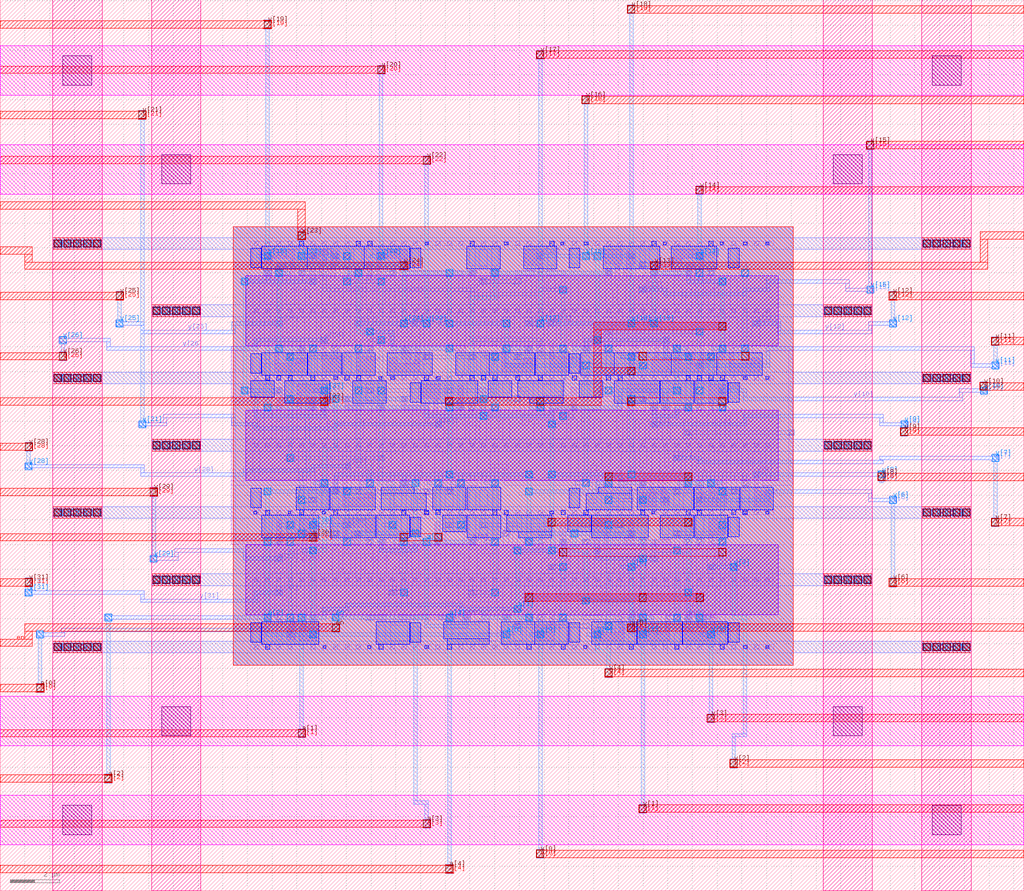
<source format=lef>
VERSION 5.7 ;
  NOWIREEXTENSIONATPIN ON ;
  DIVIDERCHAR "/" ;
  BUSBITCHARS "[]" ;
MACRO decoder5x32
  CLASS BLOCK ;
  FOREIGN decoder5x32 ;
  ORIGIN 0.000 0.000 ;
  SIZE 41.400 BY 36.040 ;
  PIN a[4]
    ANTENNAGATEAREA 0.373500 ;
    PORT
      LAYER li1 ;
        RECT 16.120 11.135 16.455 11.185 ;
        RECT 18.030 11.135 18.380 11.175 ;
        RECT 16.120 10.965 18.380 11.135 ;
        RECT 16.120 10.935 16.455 10.965 ;
        RECT 18.030 10.935 18.380 10.965 ;
      LAYER mcon ;
        RECT 18.085 10.965 18.255 11.135 ;
      LAYER met1 ;
        RECT 18.010 11.120 18.330 11.180 ;
        RECT 17.735 10.980 18.330 11.120 ;
        RECT 18.010 10.920 18.330 10.980 ;
      LAYER via ;
        RECT 18.040 10.920 18.300 11.180 ;
      LAYER met2 ;
        RECT 18.040 10.890 18.300 11.210 ;
        RECT 18.100 1.065 18.240 10.890 ;
        RECT 18.030 0.695 18.310 1.065 ;
      LAYER via2 ;
        RECT 18.030 0.740 18.310 1.020 ;
      LAYER met3 ;
        RECT 18.005 1.030 18.335 1.045 ;
        RECT 0.000 0.730 18.335 1.030 ;
        RECT 18.005 0.715 18.335 0.730 ;
    END
  END a[4]
  PIN a[3]
    ANTENNAGATEAREA 0.810000 ;
    PORT
      LAYER li1 ;
        RECT 15.265 13.975 15.615 14.225 ;
        RECT 17.565 13.975 17.805 14.925 ;
        RECT 18.945 13.975 19.295 14.225 ;
      LAYER mcon ;
        RECT 15.325 14.025 15.495 14.195 ;
        RECT 17.625 14.025 17.795 14.195 ;
        RECT 19.005 14.025 19.175 14.195 ;
      LAYER met1 ;
        RECT 15.265 13.995 15.555 14.225 ;
        RECT 17.090 14.180 17.410 14.240 ;
        RECT 17.565 14.180 17.855 14.225 ;
        RECT 18.945 14.180 19.235 14.225 ;
        RECT 16.720 14.040 19.235 14.180 ;
        RECT 15.340 13.840 15.480 13.995 ;
        RECT 16.720 13.840 16.860 14.040 ;
        RECT 17.090 13.980 17.410 14.040 ;
        RECT 17.565 13.995 17.855 14.040 ;
        RECT 18.945 13.995 19.235 14.040 ;
        RECT 15.340 13.700 16.860 13.840 ;
      LAYER via ;
        RECT 17.120 13.980 17.380 14.240 ;
      LAYER met2 ;
        RECT 17.120 13.950 17.380 14.270 ;
        RECT 17.180 11.120 17.320 13.950 ;
        RECT 16.720 10.980 17.320 11.120 ;
        RECT 16.720 3.640 16.860 10.980 ;
        RECT 16.720 3.500 17.320 3.640 ;
        RECT 17.180 2.895 17.320 3.500 ;
        RECT 17.110 2.525 17.390 2.895 ;
      LAYER via2 ;
        RECT 17.110 2.570 17.390 2.850 ;
      LAYER met3 ;
        RECT 17.085 2.860 17.415 2.875 ;
        RECT 0.000 2.560 17.415 2.860 ;
        RECT 17.085 2.545 17.415 2.560 ;
    END
  END a[3]
  PIN a[2]
    ANTENNAGATEAREA 4.950000 ;
    PORT
      LAYER li1 ;
        RECT 14.325 25.075 14.610 25.185 ;
        RECT 14.830 25.075 15.050 25.435 ;
        RECT 14.325 24.905 15.050 25.075 ;
        RECT 14.325 24.855 14.610 24.905 ;
        RECT 14.830 24.855 15.050 24.905 ;
        RECT 26.285 24.855 26.570 25.185 ;
        RECT 27.740 24.855 28.115 25.415 ;
        RECT 16.240 21.505 16.615 22.065 ;
        RECT 25.435 21.735 25.815 22.065 ;
        RECT 25.435 21.040 25.650 21.735 ;
        RECT 29.090 21.485 29.310 22.065 ;
        RECT 18.510 19.745 18.725 20.440 ;
        RECT 18.345 19.415 18.725 19.745 ;
        RECT 21.660 19.415 22.025 19.675 ;
        RECT 13.450 16.045 13.670 16.625 ;
        RECT 16.155 16.365 16.520 16.625 ;
        RECT 24.420 16.365 24.785 16.625 ;
        RECT 27.665 16.295 27.950 16.625 ;
        RECT 28.660 16.065 29.035 16.625 ;
        RECT 11.175 14.305 11.390 15.000 ;
        RECT 11.175 13.975 11.555 14.305 ;
        RECT 14.205 13.975 14.580 14.535 ;
        RECT 25.410 14.305 25.625 15.000 ;
        RECT 21.200 13.975 21.565 14.235 ;
        RECT 25.245 13.975 25.625 14.305 ;
        RECT 10.690 10.855 10.975 11.185 ;
        RECT 25.430 10.605 25.650 11.185 ;
      LAYER mcon ;
        RECT 14.405 24.905 14.575 25.075 ;
        RECT 26.365 24.905 26.535 25.075 ;
        RECT 27.745 24.905 27.915 25.075 ;
        RECT 16.245 21.845 16.415 22.015 ;
        RECT 29.125 21.845 29.295 22.015 ;
        RECT 25.445 21.505 25.615 21.675 ;
        RECT 18.545 19.465 18.715 19.635 ;
        RECT 21.765 19.465 21.935 19.635 ;
        RECT 16.245 16.405 16.415 16.575 ;
        RECT 24.525 16.405 24.695 16.575 ;
        RECT 27.745 16.405 27.915 16.575 ;
        RECT 28.665 16.405 28.835 16.575 ;
        RECT 13.485 16.065 13.655 16.235 ;
        RECT 14.405 14.365 14.575 14.535 ;
        RECT 11.185 14.025 11.355 14.195 ;
        RECT 25.445 14.365 25.615 14.535 ;
        RECT 21.305 14.025 21.475 14.195 ;
        RECT 10.725 10.965 10.895 11.135 ;
        RECT 25.445 10.965 25.615 11.135 ;
      LAYER met1 ;
        RECT 14.330 25.060 14.650 25.120 ;
        RECT 14.055 24.920 14.650 25.060 ;
        RECT 14.330 24.860 14.650 24.920 ;
        RECT 26.305 25.060 26.595 25.105 ;
        RECT 27.685 25.060 27.975 25.105 ;
        RECT 26.305 24.920 27.975 25.060 ;
        RECT 26.305 24.875 26.595 24.920 ;
        RECT 27.685 24.875 27.975 24.920 ;
        RECT 27.760 24.720 27.900 24.875 ;
        RECT 29.050 24.720 29.370 24.780 ;
        RECT 27.760 24.580 29.370 24.720 ;
        RECT 29.050 24.520 29.370 24.580 ;
        RECT 14.790 22.680 15.110 22.740 ;
        RECT 14.790 22.540 15.940 22.680 ;
        RECT 14.790 22.480 15.110 22.540 ;
        RECT 15.800 22.000 15.940 22.540 ;
        RECT 16.185 22.000 16.475 22.045 ;
        RECT 18.010 22.000 18.330 22.060 ;
        RECT 29.050 22.000 29.370 22.060 ;
        RECT 15.800 21.860 18.330 22.000 ;
        RECT 28.775 21.860 29.370 22.000 ;
        RECT 16.185 21.815 16.475 21.860 ;
        RECT 18.010 21.800 18.330 21.860 ;
        RECT 29.050 21.800 29.370 21.860 ;
        RECT 25.370 21.660 25.690 21.720 ;
        RECT 25.095 21.520 25.690 21.660 ;
        RECT 25.370 21.460 25.690 21.520 ;
        RECT 18.010 19.620 18.330 19.680 ;
        RECT 18.485 19.620 18.775 19.665 ;
        RECT 21.690 19.620 22.010 19.680 ;
        RECT 18.010 19.480 18.775 19.620 ;
        RECT 21.415 19.480 22.010 19.620 ;
        RECT 18.010 19.420 18.330 19.480 ;
        RECT 18.485 19.435 18.775 19.480 ;
        RECT 21.690 19.420 22.010 19.480 ;
        RECT 18.010 16.900 18.330 16.960 ;
        RECT 21.230 16.900 21.550 16.960 ;
        RECT 13.500 16.760 21.550 16.900 ;
        RECT 10.650 16.220 10.970 16.280 ;
        RECT 13.500 16.265 13.640 16.760 ;
        RECT 16.260 16.605 16.400 16.760 ;
        RECT 18.010 16.700 18.330 16.760 ;
        RECT 21.230 16.700 21.550 16.760 ;
        RECT 16.185 16.560 16.475 16.605 ;
        RECT 16.630 16.560 16.950 16.620 ;
        RECT 24.450 16.560 24.770 16.620 ;
        RECT 27.670 16.560 27.990 16.620 ;
        RECT 16.185 16.420 16.950 16.560 ;
        RECT 16.185 16.375 16.475 16.420 ;
        RECT 16.630 16.360 16.950 16.420 ;
        RECT 24.080 16.420 24.770 16.560 ;
        RECT 27.395 16.420 27.990 16.560 ;
        RECT 13.425 16.220 13.715 16.265 ;
        RECT 10.650 16.080 13.715 16.220 ;
        RECT 10.650 16.020 10.970 16.080 ;
        RECT 13.425 16.035 13.715 16.080 ;
        RECT 21.230 16.220 21.550 16.280 ;
        RECT 24.080 16.220 24.220 16.420 ;
        RECT 24.450 16.360 24.770 16.420 ;
        RECT 27.670 16.360 27.990 16.420 ;
        RECT 28.590 16.560 28.910 16.620 ;
        RECT 28.590 16.420 29.185 16.560 ;
        RECT 28.590 16.360 28.910 16.420 ;
        RECT 21.230 16.080 24.220 16.220 ;
        RECT 21.230 16.020 21.550 16.080 ;
        RECT 14.345 14.520 14.635 14.565 ;
        RECT 16.630 14.520 16.950 14.580 ;
        RECT 23.070 14.520 23.390 14.580 ;
        RECT 25.385 14.520 25.675 14.565 ;
        RECT 14.345 14.380 16.950 14.520 ;
        RECT 14.345 14.335 14.635 14.380 ;
        RECT 16.630 14.320 16.950 14.380 ;
        RECT 21.780 14.380 25.675 14.520 ;
        RECT 10.650 14.180 10.970 14.240 ;
        RECT 11.125 14.180 11.415 14.225 ;
        RECT 10.650 14.040 11.415 14.180 ;
        RECT 10.650 13.980 10.970 14.040 ;
        RECT 11.125 13.995 11.415 14.040 ;
        RECT 21.230 14.180 21.550 14.240 ;
        RECT 21.780 14.180 21.920 14.380 ;
        RECT 23.070 14.320 23.390 14.380 ;
        RECT 25.385 14.335 25.675 14.380 ;
        RECT 21.230 14.040 21.920 14.180 ;
        RECT 21.230 13.980 21.550 14.040 ;
        RECT 23.530 11.800 23.850 11.860 ;
        RECT 23.530 11.660 25.600 11.800 ;
        RECT 23.530 11.600 23.850 11.660 ;
        RECT 4.210 11.120 4.530 11.180 ;
        RECT 10.650 11.120 10.970 11.180 ;
        RECT 25.460 11.165 25.600 11.660 ;
        RECT 4.210 10.980 10.970 11.120 ;
        RECT 4.210 10.920 4.530 10.980 ;
        RECT 10.650 10.920 10.970 10.980 ;
        RECT 25.385 10.935 25.675 11.165 ;
      LAYER via ;
        RECT 14.360 24.860 14.620 25.120 ;
        RECT 29.080 24.520 29.340 24.780 ;
        RECT 14.820 22.480 15.080 22.740 ;
        RECT 18.040 21.800 18.300 22.060 ;
        RECT 29.080 21.800 29.340 22.060 ;
        RECT 25.400 21.460 25.660 21.720 ;
        RECT 18.040 19.420 18.300 19.680 ;
        RECT 21.720 19.420 21.980 19.680 ;
        RECT 10.680 16.020 10.940 16.280 ;
        RECT 18.040 16.700 18.300 16.960 ;
        RECT 21.260 16.700 21.520 16.960 ;
        RECT 16.660 16.360 16.920 16.620 ;
        RECT 21.260 16.020 21.520 16.280 ;
        RECT 24.480 16.360 24.740 16.620 ;
        RECT 27.700 16.360 27.960 16.620 ;
        RECT 28.620 16.360 28.880 16.620 ;
        RECT 16.660 14.320 16.920 14.580 ;
        RECT 10.680 13.980 10.940 14.240 ;
        RECT 21.260 13.980 21.520 14.240 ;
        RECT 23.100 14.320 23.360 14.580 ;
        RECT 23.560 11.600 23.820 11.860 ;
        RECT 4.240 10.920 4.500 11.180 ;
        RECT 10.680 10.920 10.940 11.180 ;
      LAYER met2 ;
        RECT 14.360 24.830 14.620 25.150 ;
        RECT 14.420 22.680 14.560 24.830 ;
        RECT 29.080 24.490 29.340 24.810 ;
        RECT 29.140 23.025 29.280 24.490 ;
        RECT 14.820 22.680 15.080 22.770 ;
        RECT 14.420 22.540 15.080 22.680 ;
        RECT 29.070 22.655 29.350 23.025 ;
        RECT 14.820 22.450 15.080 22.540 ;
        RECT 29.140 22.090 29.280 22.655 ;
        RECT 18.040 21.770 18.300 22.090 ;
        RECT 29.080 21.770 29.340 22.090 ;
        RECT 18.100 19.975 18.240 21.770 ;
        RECT 25.400 21.430 25.660 21.750 ;
        RECT 25.460 21.195 25.600 21.430 ;
        RECT 25.390 20.825 25.670 21.195 ;
        RECT 18.030 19.605 18.310 19.975 ;
        RECT 21.710 19.605 21.990 19.975 ;
        RECT 18.040 19.390 18.300 19.605 ;
        RECT 21.720 19.390 21.980 19.605 ;
        RECT 18.100 16.990 18.240 19.390 ;
        RECT 18.040 16.670 18.300 16.990 ;
        RECT 21.260 16.670 21.520 16.990 ;
        RECT 16.660 16.330 16.920 16.650 ;
        RECT 10.680 15.990 10.940 16.310 ;
        RECT 10.740 14.270 10.880 15.990 ;
        RECT 16.720 14.610 16.860 16.330 ;
        RECT 21.320 16.310 21.460 16.670 ;
        RECT 24.470 16.555 24.750 16.925 ;
        RECT 27.690 16.560 27.970 16.925 ;
        RECT 28.620 16.560 28.880 16.650 ;
        RECT 27.690 16.555 28.880 16.560 ;
        RECT 24.480 16.330 24.740 16.555 ;
        RECT 27.700 16.420 28.880 16.555 ;
        RECT 27.700 16.330 27.960 16.420 ;
        RECT 28.620 16.330 28.880 16.420 ;
        RECT 21.260 15.990 21.520 16.310 ;
        RECT 16.660 14.290 16.920 14.610 ;
        RECT 21.320 14.270 21.460 15.990 ;
        RECT 23.100 14.290 23.360 14.610 ;
        RECT 10.680 13.950 10.940 14.270 ;
        RECT 21.260 13.950 21.520 14.270 ;
        RECT 10.740 11.210 10.880 13.950 ;
        RECT 23.160 13.840 23.300 14.290 ;
        RECT 23.160 13.700 23.760 13.840 ;
        RECT 23.620 11.890 23.760 13.700 ;
        RECT 23.560 11.570 23.820 11.890 ;
        RECT 4.240 10.890 4.500 11.210 ;
        RECT 10.680 10.890 10.940 11.210 ;
        RECT 4.300 4.725 4.440 10.890 ;
        RECT 4.230 4.355 4.510 4.725 ;
      LAYER via2 ;
        RECT 29.070 22.700 29.350 22.980 ;
        RECT 25.390 20.870 25.670 21.150 ;
        RECT 18.030 19.650 18.310 19.930 ;
        RECT 21.710 19.650 21.990 19.930 ;
        RECT 24.470 16.600 24.750 16.880 ;
        RECT 27.690 16.600 27.970 16.880 ;
        RECT 4.230 4.400 4.510 4.680 ;
      LAYER met3 ;
        RECT 29.045 22.990 29.375 23.005 ;
        RECT 24.000 22.690 29.375 22.990 ;
        RECT 24.000 21.160 24.300 22.690 ;
        RECT 29.045 22.675 29.375 22.690 ;
        RECT 25.365 21.160 25.695 21.175 ;
        RECT 24.000 20.860 25.695 21.160 ;
        RECT 18.005 19.940 18.335 19.955 ;
        RECT 21.685 19.940 22.015 19.955 ;
        RECT 24.000 19.940 24.300 20.860 ;
        RECT 25.365 20.845 25.695 20.860 ;
        RECT 18.005 19.640 24.300 19.940 ;
        RECT 18.005 19.625 18.335 19.640 ;
        RECT 21.685 19.625 22.015 19.640 ;
        RECT 24.445 16.890 24.775 16.905 ;
        RECT 27.665 16.890 27.995 16.905 ;
        RECT 24.445 16.590 27.995 16.890 ;
        RECT 24.445 16.575 24.775 16.590 ;
        RECT 27.665 16.575 27.995 16.590 ;
        RECT 4.205 4.690 4.535 4.705 ;
        RECT 0.000 4.390 4.535 4.690 ;
        RECT 4.205 4.375 4.535 4.390 ;
    END
  END a[2]
  PIN a[1]
    ANTENNAGATEAREA 4.230000 ;
    PORT
      LAYER li1 ;
        RECT 10.665 24.855 10.975 25.185 ;
        RECT 12.505 24.515 12.745 25.185 ;
        RECT 19.805 24.855 20.155 25.105 ;
        RECT 24.465 24.515 24.705 25.185 ;
        RECT 27.225 21.735 27.535 22.065 ;
        RECT 11.175 19.415 11.415 20.365 ;
        RECT 12.945 19.415 13.255 19.745 ;
        RECT 15.205 19.415 15.555 19.665 ;
        RECT 19.405 19.415 19.645 20.365 ;
        RECT 23.085 19.415 23.325 20.365 ;
        RECT 26.765 19.415 27.115 19.665 ;
        RECT 25.845 16.295 26.085 16.965 ;
        RECT 22.625 13.975 22.865 14.925 ;
        RECT 12.555 10.855 12.795 11.525 ;
        RECT 20.325 10.935 20.675 11.185 ;
        RECT 27.685 10.855 27.995 11.185 ;
      LAYER mcon ;
        RECT 10.725 24.905 10.895 25.075 ;
        RECT 19.925 24.905 20.095 25.075 ;
        RECT 24.525 24.905 24.695 25.075 ;
        RECT 12.565 24.565 12.735 24.735 ;
        RECT 27.285 21.845 27.455 22.015 ;
        RECT 11.185 20.145 11.355 20.315 ;
        RECT 19.465 19.805 19.635 19.975 ;
        RECT 13.025 19.465 13.195 19.635 ;
        RECT 15.325 19.465 15.495 19.635 ;
        RECT 23.145 19.465 23.315 19.635 ;
        RECT 26.825 19.465 26.995 19.635 ;
        RECT 25.905 16.405 26.075 16.575 ;
        RECT 22.685 14.025 22.855 14.195 ;
        RECT 12.565 10.965 12.735 11.135 ;
        RECT 20.385 10.965 20.555 11.135 ;
        RECT 27.745 10.965 27.915 11.135 ;
      LAYER met1 ;
        RECT 10.665 24.875 10.955 25.105 ;
        RECT 19.850 25.060 20.170 25.120 ;
        RECT 24.465 25.060 24.755 25.105 ;
        RECT 19.850 24.920 24.755 25.060 ;
        RECT 9.730 24.720 10.050 24.780 ;
        RECT 10.740 24.720 10.880 24.875 ;
        RECT 19.850 24.860 20.170 24.920 ;
        RECT 24.465 24.875 24.755 24.920 ;
        RECT 12.505 24.720 12.795 24.765 ;
        RECT 9.730 24.580 12.795 24.720 ;
        RECT 9.730 24.520 10.050 24.580 ;
        RECT 12.505 24.535 12.795 24.580 ;
        RECT 27.210 22.000 27.530 22.060 ;
        RECT 27.210 21.860 27.805 22.000 ;
        RECT 27.210 21.800 27.530 21.860 ;
        RECT 9.730 20.300 10.050 20.360 ;
        RECT 11.125 20.300 11.415 20.345 ;
        RECT 27.210 20.300 27.530 20.360 ;
        RECT 9.730 20.160 11.415 20.300 ;
        RECT 9.730 20.100 10.050 20.160 ;
        RECT 10.280 19.280 10.420 20.160 ;
        RECT 11.125 20.115 11.415 20.160 ;
        RECT 25.000 20.160 27.530 20.300 ;
        RECT 19.390 19.960 19.710 20.020 ;
        RECT 19.115 19.820 19.710 19.960 ;
        RECT 19.390 19.760 19.710 19.820 ;
        RECT 12.965 19.620 13.255 19.665 ;
        RECT 15.265 19.620 15.555 19.665 ;
        RECT 23.085 19.620 23.375 19.665 ;
        RECT 25.000 19.620 25.140 20.160 ;
        RECT 26.840 19.665 26.980 20.160 ;
        RECT 27.210 20.100 27.530 20.160 ;
        RECT 12.965 19.480 17.320 19.620 ;
        RECT 12.965 19.435 13.255 19.480 ;
        RECT 15.265 19.435 15.555 19.480 ;
        RECT 13.040 19.280 13.180 19.435 ;
        RECT 10.280 19.140 13.180 19.280 ;
        RECT 17.180 19.280 17.320 19.480 ;
        RECT 22.240 19.480 25.140 19.620 ;
        RECT 19.390 19.280 19.710 19.340 ;
        RECT 22.240 19.280 22.380 19.480 ;
        RECT 23.085 19.435 23.375 19.480 ;
        RECT 26.765 19.435 27.055 19.665 ;
        RECT 17.180 19.140 22.380 19.280 ;
        RECT 19.390 19.080 19.710 19.140 ;
        RECT 22.240 19.000 22.380 19.140 ;
        RECT 22.150 18.740 22.470 19.000 ;
        RECT 22.150 16.900 22.470 16.960 ;
        RECT 22.150 16.760 25.140 16.900 ;
        RECT 22.150 16.700 22.470 16.760 ;
        RECT 25.000 16.560 25.140 16.760 ;
        RECT 25.845 16.560 26.135 16.605 ;
        RECT 25.000 16.420 26.135 16.560 ;
        RECT 25.845 16.375 26.135 16.420 ;
        RECT 22.625 13.995 22.915 14.225 ;
        RECT 20.770 13.840 21.090 13.900 ;
        RECT 22.150 13.840 22.470 13.900 ;
        RECT 22.700 13.840 22.840 13.995 ;
        RECT 20.770 13.700 22.840 13.840 ;
        RECT 20.770 13.640 21.090 13.700 ;
        RECT 22.150 13.640 22.470 13.700 ;
        RECT 27.670 11.940 27.990 12.200 ;
        RECT 13.960 11.490 18.700 11.630 ;
        RECT 13.960 11.460 14.100 11.490 ;
        RECT 13.040 11.320 14.100 11.460 ;
        RECT 18.560 11.460 18.700 11.490 ;
        RECT 20.770 11.460 21.090 11.520 ;
        RECT 18.560 11.320 21.090 11.460 ;
        RECT 12.030 11.120 12.350 11.180 ;
        RECT 12.505 11.120 12.795 11.165 ;
        RECT 13.040 11.120 13.180 11.320 ;
        RECT 12.030 10.980 13.180 11.120 ;
        RECT 19.480 11.120 19.620 11.320 ;
        RECT 20.770 11.260 21.090 11.320 ;
        RECT 27.760 11.165 27.900 11.940 ;
        RECT 20.325 11.120 20.615 11.165 ;
        RECT 19.480 10.980 20.615 11.120 ;
        RECT 12.030 10.920 12.350 10.980 ;
        RECT 12.505 10.935 12.795 10.980 ;
        RECT 20.325 10.935 20.615 10.980 ;
        RECT 27.685 10.935 27.975 11.165 ;
      LAYER via ;
        RECT 9.760 24.520 10.020 24.780 ;
        RECT 19.880 24.860 20.140 25.120 ;
        RECT 27.240 21.800 27.500 22.060 ;
        RECT 9.760 20.100 10.020 20.360 ;
        RECT 19.420 19.760 19.680 20.020 ;
        RECT 27.240 20.100 27.500 20.360 ;
        RECT 19.420 19.080 19.680 19.340 ;
        RECT 22.180 18.740 22.440 19.000 ;
        RECT 22.180 16.700 22.440 16.960 ;
        RECT 20.800 13.640 21.060 13.900 ;
        RECT 22.180 13.640 22.440 13.900 ;
        RECT 27.700 11.940 27.960 12.200 ;
        RECT 12.060 10.920 12.320 11.180 ;
        RECT 20.800 11.260 21.060 11.520 ;
      LAYER met2 ;
        RECT 19.880 24.830 20.140 25.150 ;
        RECT 9.760 24.490 10.020 24.810 ;
        RECT 9.820 20.390 9.960 24.490 ;
        RECT 19.940 24.040 20.080 24.830 ;
        RECT 19.020 23.900 20.080 24.040 ;
        RECT 19.020 20.980 19.160 23.900 ;
        RECT 27.240 21.770 27.500 22.090 ;
        RECT 19.020 20.840 19.620 20.980 ;
        RECT 9.760 20.070 10.020 20.390 ;
        RECT 19.480 20.050 19.620 20.840 ;
        RECT 27.300 20.390 27.440 21.770 ;
        RECT 27.240 20.070 27.500 20.390 ;
        RECT 19.420 19.730 19.680 20.050 ;
        RECT 19.480 19.370 19.620 19.730 ;
        RECT 19.420 19.050 19.680 19.370 ;
        RECT 22.180 18.710 22.440 19.030 ;
        RECT 22.240 16.990 22.380 18.710 ;
        RECT 22.180 16.670 22.440 16.990 ;
        RECT 22.240 15.095 22.380 16.670 ;
        RECT 22.170 14.725 22.450 15.095 ;
        RECT 27.690 14.725 27.970 15.095 ;
        RECT 22.240 13.930 22.380 14.725 ;
        RECT 20.800 13.610 21.060 13.930 ;
        RECT 22.180 13.610 22.440 13.930 ;
        RECT 20.860 11.520 21.000 13.610 ;
        RECT 27.760 12.230 27.900 14.725 ;
        RECT 27.700 11.910 27.960 12.230 ;
        RECT 20.770 11.260 21.090 11.520 ;
        RECT 12.060 10.890 12.320 11.210 ;
        RECT 12.120 6.555 12.260 10.890 ;
        RECT 12.050 6.185 12.330 6.555 ;
      LAYER via2 ;
        RECT 22.170 14.770 22.450 15.050 ;
        RECT 27.690 14.770 27.970 15.050 ;
        RECT 12.050 6.230 12.330 6.510 ;
      LAYER met3 ;
        RECT 22.145 15.060 22.475 15.075 ;
        RECT 27.665 15.060 27.995 15.075 ;
        RECT 22.145 14.760 27.995 15.060 ;
        RECT 22.145 14.745 22.475 14.760 ;
        RECT 27.665 14.745 27.995 14.760 ;
        RECT 12.025 6.520 12.355 6.535 ;
        RECT 0.000 6.220 12.355 6.520 ;
        RECT 12.025 6.205 12.355 6.220 ;
    END
  END a[1]
  PIN a[0]
    ANTENNAGATEAREA 5.940000 ;
    PORT
      LAYER li1 ;
        RECT 11.180 24.855 11.555 25.415 ;
        RECT 13.370 25.355 13.720 25.880 ;
        RECT 25.330 25.355 25.680 25.880 ;
        RECT 13.370 25.185 13.575 25.355 ;
        RECT 25.330 25.185 25.535 25.355 ;
        RECT 13.265 24.855 13.575 25.185 ;
        RECT 18.945 24.855 19.295 25.105 ;
        RECT 25.225 24.855 25.535 25.185 ;
        RECT 12.025 21.735 12.335 22.065 ;
        RECT 18.085 22.015 18.255 23.035 ;
        RECT 18.485 22.015 18.835 22.065 ;
        RECT 18.085 21.845 18.835 22.015 ;
        RECT 18.485 21.815 18.835 21.845 ;
        RECT 21.225 21.735 21.535 22.065 ;
        RECT 23.545 21.815 23.895 22.065 ;
        RECT 26.815 21.735 27.055 22.405 ;
        RECT 27.740 21.505 28.115 22.065 ;
        RECT 12.365 19.415 12.740 19.975 ;
        RECT 13.945 19.635 14.115 19.975 ;
        RECT 14.345 19.635 14.695 19.665 ;
        RECT 13.945 19.465 14.695 19.635 ;
        RECT 16.245 19.635 16.415 19.975 ;
        RECT 17.105 19.635 17.345 19.745 ;
        RECT 16.245 19.465 17.345 19.635 ;
        RECT 14.345 19.415 14.695 19.465 ;
        RECT 17.105 19.075 17.345 19.465 ;
        RECT 26.285 19.415 26.595 19.745 ;
        RECT 27.625 19.415 27.975 19.665 ;
        RECT 12.905 16.375 13.255 16.625 ;
        RECT 26.605 16.295 26.915 16.625 ;
        RECT 26.710 16.125 26.915 16.295 ;
        RECT 26.710 15.600 27.060 16.125 ;
        RECT 12.555 13.635 12.795 14.305 ;
        RECT 24.005 13.635 24.245 14.305 ;
        RECT 26.765 14.195 27.115 14.225 ;
        RECT 26.365 14.025 27.115 14.195 ;
        RECT 26.365 13.345 26.535 14.025 ;
        RECT 26.765 13.975 27.115 14.025 ;
        RECT 11.725 10.855 12.035 11.185 ;
        RECT 21.185 10.935 21.535 11.185 ;
        RECT 25.845 10.855 26.155 11.185 ;
        RECT 11.725 10.685 11.930 10.855 ;
        RECT 11.580 10.160 11.930 10.685 ;
        RECT 28.200 10.625 28.575 11.185 ;
      LAYER mcon ;
        RECT 13.485 25.585 13.655 25.755 ;
        RECT 25.445 25.585 25.615 25.755 ;
        RECT 11.185 24.905 11.355 25.075 ;
        RECT 19.005 24.905 19.175 25.075 ;
        RECT 18.085 22.865 18.255 23.035 ;
        RECT 12.105 21.845 12.275 22.015 ;
        RECT 26.825 22.185 26.995 22.355 ;
        RECT 21.305 21.845 21.475 22.015 ;
        RECT 23.605 21.845 23.775 22.015 ;
        RECT 27.745 21.505 27.915 21.675 ;
        RECT 12.565 19.465 12.735 19.635 ;
        RECT 13.945 19.805 14.115 19.975 ;
        RECT 16.245 19.805 16.415 19.975 ;
        RECT 26.365 19.465 26.535 19.635 ;
        RECT 27.745 19.465 27.915 19.635 ;
        RECT 13.025 16.405 13.195 16.575 ;
        RECT 26.825 15.725 26.995 15.895 ;
        RECT 12.565 13.685 12.735 13.855 ;
        RECT 24.065 13.685 24.235 13.855 ;
        RECT 21.305 10.965 21.475 11.135 ;
        RECT 25.905 10.965 26.075 11.135 ;
        RECT 28.205 10.965 28.375 11.135 ;
        RECT 11.645 10.285 11.815 10.455 ;
      LAYER met1 ;
        RECT 13.425 25.740 13.715 25.785 ;
        RECT 13.040 25.600 13.715 25.740 ;
        RECT 13.040 25.400 13.180 25.600 ;
        RECT 13.425 25.555 13.715 25.600 ;
        RECT 23.990 25.740 24.310 25.800 ;
        RECT 25.385 25.740 25.675 25.785 ;
        RECT 23.990 25.600 25.675 25.740 ;
        RECT 23.990 25.540 24.310 25.600 ;
        RECT 25.385 25.555 25.675 25.600 ;
        RECT 11.200 25.260 16.400 25.400 ;
        RECT 11.200 25.120 11.340 25.260 ;
        RECT 11.110 25.060 11.430 25.120 ;
        RECT 16.260 25.060 16.400 25.260 ;
        RECT 18.010 25.060 18.330 25.120 ;
        RECT 18.945 25.060 19.235 25.105 ;
        RECT 11.110 24.920 11.705 25.060 ;
        RECT 16.260 24.920 19.235 25.060 ;
        RECT 11.110 24.860 11.430 24.920 ;
        RECT 18.010 24.860 18.330 24.920 ;
        RECT 18.945 24.875 19.235 24.920 ;
        RECT 18.010 23.020 18.330 23.080 ;
        RECT 20.310 23.020 20.630 23.080 ;
        RECT 17.735 22.880 20.630 23.020 ;
        RECT 18.010 22.820 18.330 22.880 ;
        RECT 20.310 22.820 20.630 22.880 ;
        RECT 23.990 22.340 24.310 22.400 ;
        RECT 26.765 22.340 27.055 22.385 ;
        RECT 23.620 22.200 27.055 22.340 ;
        RECT 11.110 22.000 11.430 22.060 ;
        RECT 12.045 22.000 12.335 22.045 ;
        RECT 11.110 21.860 12.335 22.000 ;
        RECT 11.110 21.800 11.430 21.860 ;
        RECT 12.045 21.815 12.335 21.860 ;
        RECT 20.310 22.000 20.630 22.060 ;
        RECT 23.620 22.045 23.760 22.200 ;
        RECT 23.990 22.140 24.310 22.200 ;
        RECT 26.765 22.155 27.055 22.200 ;
        RECT 21.245 22.000 21.535 22.045 ;
        RECT 23.545 22.000 23.835 22.045 ;
        RECT 20.310 21.860 21.535 22.000 ;
        RECT 20.310 21.800 20.630 21.860 ;
        RECT 21.245 21.815 21.535 21.860 ;
        RECT 23.160 21.860 23.835 22.000 ;
        RECT 20.400 21.320 20.540 21.800 ;
        RECT 23.160 21.320 23.300 21.860 ;
        RECT 23.545 21.815 23.835 21.860 ;
        RECT 26.840 21.660 26.980 22.155 ;
        RECT 27.670 21.660 27.990 21.720 ;
        RECT 26.840 21.520 27.990 21.660 ;
        RECT 27.670 21.460 27.990 21.520 ;
        RECT 20.400 21.180 23.300 21.320 ;
        RECT 13.410 19.960 13.730 20.020 ;
        RECT 13.885 19.960 14.175 20.005 ;
        RECT 16.185 19.960 16.475 20.005 ;
        RECT 12.580 19.820 16.475 19.960 ;
        RECT 10.650 19.620 10.970 19.680 ;
        RECT 12.580 19.665 12.720 19.820 ;
        RECT 13.410 19.760 13.730 19.820 ;
        RECT 13.885 19.775 14.175 19.820 ;
        RECT 16.185 19.775 16.475 19.820 ;
        RECT 12.505 19.620 12.795 19.665 ;
        RECT 10.650 19.480 12.795 19.620 ;
        RECT 10.650 19.420 10.970 19.480 ;
        RECT 12.505 19.435 12.795 19.480 ;
        RECT 26.305 19.435 26.595 19.665 ;
        RECT 27.670 19.620 27.990 19.680 ;
        RECT 27.300 19.480 27.990 19.620 ;
        RECT 26.380 19.280 26.520 19.435 ;
        RECT 27.300 19.280 27.440 19.480 ;
        RECT 27.670 19.420 27.990 19.480 ;
        RECT 26.380 19.140 27.440 19.280 ;
        RECT 12.950 16.560 13.270 16.620 ;
        RECT 12.675 16.420 13.270 16.560 ;
        RECT 12.950 16.360 13.270 16.420 ;
        RECT 25.830 15.880 26.150 15.940 ;
        RECT 26.765 15.880 27.055 15.925 ;
        RECT 25.830 15.740 27.055 15.880 ;
        RECT 25.830 15.680 26.150 15.740 ;
        RECT 26.765 15.695 27.055 15.740 ;
        RECT 12.490 13.840 12.810 13.900 ;
        RECT 12.215 13.700 12.810 13.840 ;
        RECT 12.490 13.640 12.810 13.700 ;
        RECT 24.005 13.655 24.295 13.885 ;
        RECT 24.080 13.500 24.220 13.655 ;
        RECT 25.830 13.500 26.150 13.560 ;
        RECT 26.305 13.500 26.595 13.545 ;
        RECT 24.080 13.360 26.595 13.500 ;
        RECT 25.830 13.300 26.150 13.360 ;
        RECT 26.305 13.315 26.595 13.360 ;
        RECT 21.230 11.120 21.550 11.180 ;
        RECT 20.955 10.980 21.550 11.120 ;
        RECT 21.230 10.920 21.550 10.980 ;
        RECT 25.830 11.120 26.150 11.180 ;
        RECT 28.130 11.120 28.450 11.180 ;
        RECT 25.830 10.980 26.425 11.120 ;
        RECT 28.130 10.980 28.725 11.120 ;
        RECT 25.830 10.920 26.150 10.980 ;
        RECT 28.130 10.920 28.450 10.980 ;
        RECT 1.450 10.440 1.770 10.500 ;
        RECT 2.460 10.470 10.880 10.610 ;
        RECT 2.460 10.440 2.600 10.470 ;
        RECT 1.450 10.300 2.600 10.440 ;
        RECT 10.740 10.440 10.880 10.470 ;
        RECT 11.585 10.440 11.875 10.485 ;
        RECT 12.490 10.440 12.810 10.500 ;
        RECT 20.310 10.440 20.630 10.500 ;
        RECT 10.740 10.300 20.630 10.440 ;
        RECT 1.450 10.240 1.770 10.300 ;
        RECT 11.585 10.255 11.875 10.300 ;
        RECT 12.490 10.240 12.810 10.300 ;
        RECT 20.310 10.240 20.630 10.300 ;
      LAYER via ;
        RECT 24.020 25.540 24.280 25.800 ;
        RECT 11.140 24.860 11.400 25.120 ;
        RECT 18.040 24.860 18.300 25.120 ;
        RECT 18.040 22.820 18.300 23.080 ;
        RECT 20.340 22.820 20.600 23.080 ;
        RECT 11.140 21.800 11.400 22.060 ;
        RECT 20.340 21.800 20.600 22.060 ;
        RECT 24.020 22.140 24.280 22.400 ;
        RECT 27.700 21.460 27.960 21.720 ;
        RECT 10.680 19.420 10.940 19.680 ;
        RECT 13.440 19.760 13.700 20.020 ;
        RECT 27.700 19.420 27.960 19.680 ;
        RECT 12.980 16.360 13.240 16.620 ;
        RECT 25.860 15.680 26.120 15.940 ;
        RECT 12.520 13.640 12.780 13.900 ;
        RECT 25.860 13.300 26.120 13.560 ;
        RECT 21.260 10.920 21.520 11.180 ;
        RECT 25.860 10.920 26.120 11.180 ;
        RECT 28.160 10.920 28.420 11.180 ;
        RECT 1.480 10.240 1.740 10.500 ;
        RECT 12.520 10.240 12.780 10.500 ;
        RECT 20.340 10.240 20.600 10.500 ;
      LAYER met2 ;
        RECT 24.020 25.510 24.280 25.830 ;
        RECT 11.140 24.830 11.400 25.150 ;
        RECT 18.040 24.830 18.300 25.150 ;
        RECT 11.200 22.090 11.340 24.830 ;
        RECT 18.100 23.110 18.240 24.830 ;
        RECT 18.040 22.790 18.300 23.110 ;
        RECT 20.340 22.790 20.600 23.110 ;
        RECT 20.400 22.090 20.540 22.790 ;
        RECT 24.080 22.430 24.220 25.510 ;
        RECT 24.020 22.110 24.280 22.430 ;
        RECT 11.140 22.000 11.400 22.090 ;
        RECT 10.740 21.860 11.400 22.000 ;
        RECT 10.740 19.710 10.880 21.860 ;
        RECT 11.140 21.770 11.400 21.860 ;
        RECT 20.340 21.770 20.600 22.090 ;
        RECT 27.700 21.430 27.960 21.750 ;
        RECT 13.440 19.730 13.700 20.050 ;
        RECT 10.680 19.390 10.940 19.710 ;
        RECT 13.500 17.920 13.640 19.730 ;
        RECT 27.760 19.710 27.900 21.430 ;
        RECT 27.700 19.390 27.960 19.710 ;
        RECT 13.040 17.780 13.640 17.920 ;
        RECT 13.040 16.650 13.180 17.780 ;
        RECT 12.980 16.330 13.240 16.650 ;
        RECT 12.520 13.840 12.780 13.930 ;
        RECT 13.040 13.840 13.180 16.330 ;
        RECT 25.860 15.650 26.120 15.970 ;
        RECT 12.520 13.700 13.180 13.840 ;
        RECT 12.520 13.610 12.780 13.700 ;
        RECT 12.580 10.530 12.720 13.610 ;
        RECT 25.920 13.590 26.060 15.650 ;
        RECT 25.860 13.270 26.120 13.590 ;
        RECT 25.920 12.045 26.060 13.270 ;
        RECT 21.250 11.675 21.530 12.045 ;
        RECT 25.850 11.675 26.130 12.045 ;
        RECT 28.150 11.675 28.430 12.045 ;
        RECT 21.320 11.210 21.460 11.675 ;
        RECT 25.920 11.210 26.060 11.675 ;
        RECT 28.220 11.210 28.360 11.675 ;
        RECT 21.260 11.120 21.520 11.210 ;
        RECT 20.400 10.980 21.520 11.120 ;
        RECT 20.400 10.530 20.540 10.980 ;
        RECT 21.260 10.890 21.520 10.980 ;
        RECT 25.860 10.890 26.120 11.210 ;
        RECT 28.160 10.890 28.420 11.210 ;
        RECT 1.480 10.210 1.740 10.530 ;
        RECT 12.520 10.210 12.780 10.530 ;
        RECT 20.340 10.210 20.600 10.530 ;
        RECT 1.540 8.385 1.680 10.210 ;
        RECT 1.470 8.015 1.750 8.385 ;
      LAYER via2 ;
        RECT 21.250 11.720 21.530 12.000 ;
        RECT 25.850 11.720 26.130 12.000 ;
        RECT 28.150 11.720 28.430 12.000 ;
        RECT 1.470 8.060 1.750 8.340 ;
      LAYER met3 ;
        RECT 21.225 12.010 21.555 12.025 ;
        RECT 25.825 12.010 26.155 12.025 ;
        RECT 28.125 12.010 28.455 12.025 ;
        RECT 21.225 11.710 28.455 12.010 ;
        RECT 21.225 11.695 21.555 11.710 ;
        RECT 25.825 11.695 26.155 11.710 ;
        RECT 28.125 11.695 28.455 11.710 ;
        RECT 1.445 8.350 1.775 8.365 ;
        RECT 0.000 8.050 1.775 8.350 ;
        RECT 1.445 8.035 1.775 8.050 ;
    END
  END a[0]
  PIN en
    ANTENNAGATEAREA 0.495000 ;
    PORT
      LAYER li1 ;
        RECT 15.275 11.135 15.610 11.185 ;
        RECT 14.865 10.965 15.610 11.135 ;
        RECT 15.275 10.915 15.610 10.965 ;
        RECT 18.550 10.935 19.025 11.175 ;
      LAYER mcon ;
        RECT 18.775 10.965 18.945 11.135 ;
      LAYER met1 ;
        RECT 13.410 11.120 13.730 11.180 ;
        RECT 14.805 11.120 15.095 11.165 ;
        RECT 13.410 10.980 17.320 11.120 ;
        RECT 13.410 10.920 13.730 10.980 ;
        RECT 14.805 10.935 15.095 10.980 ;
        RECT 17.180 10.780 17.320 10.980 ;
        RECT 18.715 10.935 19.005 11.165 ;
        RECT 18.790 10.780 18.930 10.935 ;
        RECT 17.180 10.640 18.930 10.780 ;
      LAYER via ;
        RECT 13.440 10.920 13.700 11.180 ;
      LAYER met2 ;
        RECT 13.430 10.455 13.710 11.210 ;
      LAYER via2 ;
        RECT 13.430 10.500 13.710 10.780 ;
      LAYER met3 ;
        RECT 13.405 10.790 13.735 10.805 ;
        RECT 1.000 10.490 13.735 10.790 ;
        RECT 1.000 10.180 1.300 10.490 ;
        RECT 13.405 10.475 13.735 10.490 ;
        RECT 0.000 9.880 1.300 10.180 ;
    END
  END en
  PIN y[31]
    ANTENNADIFFAREA 0.795000 ;
    PORT
      LAYER li1 ;
        RECT 11.095 11.525 11.425 12.325 ;
        RECT 11.965 11.525 12.295 12.325 ;
        RECT 11.095 11.355 12.375 11.525 ;
        RECT 12.205 10.685 12.375 11.355 ;
        RECT 12.100 10.115 12.795 10.685 ;
      LAYER mcon ;
        RECT 11.185 11.985 11.355 12.155 ;
      LAYER met1 ;
        RECT 0.990 12.140 1.310 12.200 ;
        RECT 11.125 12.140 11.415 12.185 ;
        RECT 0.990 12.000 5.820 12.140 ;
        RECT 0.990 11.940 1.310 12.000 ;
        RECT 5.680 11.800 5.820 12.000 ;
        RECT 10.280 12.000 11.415 12.140 ;
        RECT 10.280 11.800 10.420 12.000 ;
        RECT 11.125 11.955 11.415 12.000 ;
        RECT 5.680 11.660 10.420 11.800 ;
      LAYER via ;
        RECT 1.020 11.940 1.280 12.200 ;
      LAYER met2 ;
        RECT 1.010 11.910 1.290 12.655 ;
      LAYER via2 ;
        RECT 1.010 12.330 1.290 12.610 ;
      LAYER met3 ;
        RECT 0.985 12.620 1.315 12.635 ;
        RECT 0.000 12.320 1.315 12.620 ;
        RECT 0.985 12.305 1.315 12.320 ;
    END
  END y[31]
  PIN y[30]
    ANTENNADIFFAREA 0.699000 ;
    PORT
      LAYER li1 ;
        RECT 13.855 14.705 15.085 15.045 ;
        RECT 13.855 13.805 14.035 14.705 ;
        RECT 14.755 14.475 15.085 14.705 ;
        RECT 13.855 13.635 15.085 13.805 ;
        RECT 13.855 12.835 14.185 13.635 ;
        RECT 14.755 12.835 15.085 13.635 ;
      LAYER mcon ;
        RECT 13.945 14.705 14.115 14.875 ;
      LAYER met1 ;
        RECT 12.490 14.860 12.810 14.920 ;
        RECT 13.885 14.860 14.175 14.905 ;
        RECT 12.490 14.720 14.175 14.860 ;
        RECT 12.490 14.660 12.810 14.720 ;
        RECT 13.885 14.675 14.175 14.720 ;
      LAYER via ;
        RECT 12.520 14.660 12.780 14.920 ;
      LAYER met2 ;
        RECT 12.520 14.630 12.780 14.950 ;
        RECT 12.580 14.485 12.720 14.630 ;
        RECT 12.510 14.115 12.790 14.485 ;
      LAYER via2 ;
        RECT 12.510 14.160 12.790 14.440 ;
      LAYER met3 ;
        RECT 12.485 14.450 12.815 14.465 ;
        RECT 0.000 14.150 12.815 14.450 ;
        RECT 12.485 14.135 12.815 14.150 ;
    END
  END y[30]
  PIN y[29]
    ANTENNADIFFAREA 0.795000 ;
    PORT
      LAYER li1 ;
        RECT 12.100 14.475 12.795 15.045 ;
        RECT 12.205 13.805 12.375 14.475 ;
        RECT 11.095 13.635 12.375 13.805 ;
        RECT 11.095 12.835 11.425 13.635 ;
        RECT 11.965 12.835 12.295 13.635 ;
      LAYER mcon ;
        RECT 11.185 13.345 11.355 13.515 ;
      LAYER met1 ;
        RECT 7.060 13.700 9.960 13.840 ;
        RECT 6.050 13.500 6.370 13.560 ;
        RECT 7.060 13.500 7.200 13.700 ;
        RECT 6.050 13.360 7.200 13.500 ;
        RECT 9.820 13.500 9.960 13.700 ;
        RECT 11.125 13.500 11.415 13.545 ;
        RECT 9.820 13.360 11.415 13.500 ;
        RECT 6.050 13.300 6.370 13.360 ;
        RECT 11.125 13.315 11.415 13.360 ;
      LAYER via ;
        RECT 6.080 13.300 6.340 13.560 ;
      LAYER met2 ;
        RECT 6.070 15.945 6.350 16.315 ;
        RECT 6.140 13.590 6.280 15.945 ;
        RECT 6.080 13.270 6.340 13.590 ;
      LAYER via2 ;
        RECT 6.070 15.990 6.350 16.270 ;
      LAYER met3 ;
        RECT 6.045 16.280 6.375 16.295 ;
        RECT 0.000 15.980 6.375 16.280 ;
        RECT 6.045 15.965 6.375 15.980 ;
    END
  END y[29]
  PIN y[28]
    ANTENNADIFFAREA 0.699000 ;
    PORT
      LAYER li1 ;
        RECT 13.855 16.965 14.185 17.765 ;
        RECT 14.755 16.965 15.085 17.765 ;
        RECT 13.855 16.795 15.085 16.965 ;
        RECT 13.855 15.895 14.035 16.795 ;
        RECT 14.755 15.895 15.085 16.125 ;
        RECT 13.855 15.555 15.085 15.895 ;
      LAYER mcon ;
        RECT 13.945 17.085 14.115 17.255 ;
      LAYER met1 ;
        RECT 0.990 17.240 1.310 17.300 ;
        RECT 13.885 17.240 14.175 17.285 ;
        RECT 0.990 17.100 5.820 17.240 ;
        RECT 0.990 17.040 1.310 17.100 ;
        RECT 5.680 16.900 5.820 17.100 ;
        RECT 12.580 17.100 14.175 17.240 ;
        RECT 12.580 17.070 12.720 17.100 ;
        RECT 9.820 16.930 12.720 17.070 ;
        RECT 13.885 17.055 14.175 17.100 ;
        RECT 9.820 16.900 9.960 16.930 ;
        RECT 5.680 16.760 9.960 16.900 ;
      LAYER via ;
        RECT 1.020 17.040 1.280 17.300 ;
      LAYER met2 ;
        RECT 1.010 17.775 1.290 18.145 ;
        RECT 1.080 17.330 1.220 17.775 ;
        RECT 1.020 17.010 1.280 17.330 ;
      LAYER via2 ;
        RECT 1.010 17.820 1.290 18.100 ;
      LAYER met3 ;
        RECT 0.985 18.110 1.315 18.125 ;
        RECT 0.000 17.810 1.315 18.110 ;
        RECT 0.985 17.795 1.315 17.810 ;
    END
  END y[28]
  PIN y[27]
    ANTENNADIFFAREA 0.699000 ;
    PORT
      LAYER li1 ;
        RECT 12.015 20.145 13.245 20.485 ;
        RECT 12.015 19.245 12.195 20.145 ;
        RECT 12.915 19.915 13.245 20.145 ;
        RECT 12.015 19.075 13.245 19.245 ;
        RECT 12.015 18.275 12.345 19.075 ;
        RECT 12.915 18.275 13.245 19.075 ;
      LAYER mcon ;
        RECT 13.025 20.145 13.195 20.315 ;
      LAYER met1 ;
        RECT 12.950 20.300 13.270 20.360 ;
        RECT 12.675 20.160 13.270 20.300 ;
        RECT 12.950 20.100 13.270 20.160 ;
      LAYER via ;
        RECT 12.980 20.100 13.240 20.360 ;
      LAYER met2 ;
        RECT 12.970 19.605 13.250 20.390 ;
      LAYER via2 ;
        RECT 12.970 19.650 13.250 19.930 ;
      LAYER met3 ;
        RECT 12.945 19.940 13.275 19.955 ;
        RECT 0.000 19.640 13.275 19.940 ;
        RECT 12.945 19.625 13.275 19.640 ;
    END
  END y[27]
  PIN y[26]
    ANTENNADIFFAREA 0.439000 ;
    PORT
      LAYER li1 ;
        RECT 12.955 22.225 13.285 23.205 ;
        RECT 13.020 22.185 13.195 22.225 ;
        RECT 13.020 21.625 13.190 22.185 ;
        RECT 13.020 20.995 13.715 21.625 ;
      LAYER mcon ;
        RECT 13.025 22.185 13.195 22.355 ;
      LAYER met1 ;
        RECT 2.370 22.340 2.690 22.400 ;
        RECT 12.965 22.340 13.255 22.385 ;
        RECT 2.370 22.200 4.440 22.340 ;
        RECT 2.370 22.140 2.690 22.200 ;
        RECT 4.300 22.000 4.440 22.200 ;
        RECT 10.280 22.200 13.255 22.340 ;
        RECT 10.280 22.000 10.420 22.200 ;
        RECT 12.965 22.155 13.255 22.200 ;
        RECT 4.300 21.860 10.420 22.000 ;
      LAYER via ;
        RECT 2.400 22.140 2.660 22.400 ;
      LAYER met2 ;
        RECT 2.400 22.110 2.660 22.430 ;
        RECT 2.460 21.805 2.600 22.110 ;
        RECT 2.390 21.435 2.670 21.805 ;
      LAYER via2 ;
        RECT 2.390 21.480 2.670 21.760 ;
      LAYER met3 ;
        RECT 2.365 21.770 2.695 21.785 ;
        RECT 0.000 21.470 2.695 21.770 ;
        RECT 2.365 21.455 2.695 21.470 ;
    END
  END y[26]
  PIN y[25]
    ANTENNADIFFAREA 0.699000 ;
    PORT
      LAYER li1 ;
        RECT 11.095 22.405 11.425 23.205 ;
        RECT 11.995 22.405 12.325 23.205 ;
        RECT 11.095 22.235 12.325 22.405 ;
        RECT 11.095 21.335 11.275 22.235 ;
        RECT 11.995 21.335 12.325 21.565 ;
        RECT 11.095 20.995 12.325 21.335 ;
      LAYER mcon ;
        RECT 11.185 22.865 11.355 23.035 ;
      LAYER met1 ;
        RECT 4.670 23.020 4.990 23.080 ;
        RECT 11.125 23.020 11.415 23.065 ;
        RECT 4.670 22.880 5.820 23.020 ;
        RECT 4.670 22.820 4.990 22.880 ;
        RECT 5.680 22.680 5.820 22.880 ;
        RECT 9.360 22.880 11.415 23.020 ;
        RECT 9.360 22.680 9.500 22.880 ;
        RECT 11.125 22.835 11.415 22.880 ;
        RECT 5.680 22.540 9.500 22.680 ;
      LAYER via ;
        RECT 4.700 22.820 4.960 23.080 ;
      LAYER met2 ;
        RECT 4.690 23.875 4.970 24.245 ;
        RECT 4.760 23.110 4.900 23.875 ;
        RECT 4.700 22.790 4.960 23.110 ;
      LAYER via2 ;
        RECT 4.690 23.920 4.970 24.200 ;
      LAYER met3 ;
        RECT 4.665 24.210 4.995 24.225 ;
        RECT 0.000 23.910 4.995 24.210 ;
        RECT 4.665 23.895 4.995 23.910 ;
    END
  END y[25]
  PIN y[24]
    ANTENNADIFFAREA 0.439000 ;
    PORT
      LAYER li1 ;
        RECT 14.335 22.225 14.665 23.205 ;
        RECT 14.400 21.625 14.570 22.225 ;
        RECT 14.400 20.995 15.095 21.625 ;
      LAYER mcon ;
        RECT 14.405 22.865 14.575 23.035 ;
      LAYER met1 ;
        RECT 14.345 23.020 14.635 23.065 ;
        RECT 16.170 23.020 16.490 23.080 ;
        RECT 14.345 22.880 16.490 23.020 ;
        RECT 14.345 22.835 14.635 22.880 ;
        RECT 16.170 22.820 16.490 22.880 ;
      LAYER via ;
        RECT 16.200 22.820 16.460 23.080 ;
      LAYER met2 ;
        RECT 16.190 25.095 16.470 25.465 ;
        RECT 16.260 23.110 16.400 25.095 ;
        RECT 16.200 22.790 16.460 23.110 ;
      LAYER via2 ;
        RECT 16.190 25.140 16.470 25.420 ;
      LAYER met3 ;
        RECT 0.000 25.740 1.300 26.040 ;
        RECT 1.000 25.430 1.300 25.740 ;
        RECT 16.165 25.430 16.495 25.445 ;
        RECT 1.000 25.130 16.495 25.430 ;
        RECT 16.165 25.115 16.495 25.130 ;
    END
  END y[24]
  PIN y[23]
    ANTENNADIFFAREA 0.795000 ;
    PORT
      LAYER li1 ;
        RECT 12.505 25.355 13.200 25.925 ;
        RECT 12.925 24.685 13.095 25.355 ;
        RECT 12.925 24.515 14.205 24.685 ;
        RECT 13.005 23.715 13.335 24.515 ;
        RECT 13.875 23.715 14.205 24.515 ;
      LAYER mcon ;
        RECT 12.565 25.585 12.735 25.755 ;
      LAYER met1 ;
        RECT 12.030 25.740 12.350 25.800 ;
        RECT 12.505 25.740 12.795 25.785 ;
        RECT 12.030 25.600 12.795 25.740 ;
        RECT 12.030 25.540 12.350 25.600 ;
        RECT 12.505 25.555 12.795 25.600 ;
      LAYER via ;
        RECT 12.060 25.540 12.320 25.800 ;
      LAYER met2 ;
        RECT 12.050 26.315 12.330 26.685 ;
        RECT 12.120 25.830 12.260 26.315 ;
        RECT 12.060 25.510 12.320 25.830 ;
      LAYER via2 ;
        RECT 12.050 26.360 12.330 26.640 ;
      LAYER met3 ;
        RECT 0.000 27.570 12.340 27.870 ;
        RECT 12.040 26.665 12.340 27.570 ;
        RECT 12.025 26.335 12.355 26.665 ;
    END
  END y[23]
  PIN y[22]
    ANTENNADIFFAREA 0.699000 ;
    PORT
      LAYER li1 ;
        RECT 15.735 22.405 16.065 23.205 ;
        RECT 16.635 22.405 16.965 23.205 ;
        RECT 15.735 22.235 16.965 22.405 ;
        RECT 15.735 21.335 16.065 21.565 ;
        RECT 16.785 21.335 16.965 22.235 ;
        RECT 15.735 20.995 16.965 21.335 ;
      LAYER mcon ;
        RECT 16.705 22.865 16.875 23.035 ;
      LAYER met1 ;
        RECT 16.645 23.020 16.935 23.065 ;
        RECT 17.090 23.020 17.410 23.080 ;
        RECT 16.645 22.880 17.410 23.020 ;
        RECT 16.645 22.835 16.935 22.880 ;
        RECT 17.090 22.820 17.410 22.880 ;
      LAYER via ;
        RECT 17.120 22.820 17.380 23.080 ;
      LAYER met2 ;
        RECT 17.110 29.365 17.390 29.735 ;
        RECT 17.180 23.110 17.320 29.365 ;
        RECT 17.120 22.790 17.380 23.110 ;
      LAYER via2 ;
        RECT 17.110 29.410 17.390 29.690 ;
      LAYER met3 ;
        RECT 17.085 29.700 17.415 29.715 ;
        RECT 0.000 29.400 17.415 29.700 ;
        RECT 17.085 29.385 17.415 29.400 ;
    END
  END y[22]
  PIN y[21]
    ANTENNADIFFAREA 0.795000 ;
    PORT
      LAYER li1 ;
        RECT 17.105 19.915 17.800 20.485 ;
        RECT 17.525 19.245 17.695 19.915 ;
        RECT 17.525 19.075 18.805 19.245 ;
        RECT 17.605 18.275 17.935 19.075 ;
        RECT 18.475 18.275 18.805 19.075 ;
      LAYER mcon ;
        RECT 17.625 18.785 17.795 18.955 ;
      LAYER met1 ;
        RECT 6.600 19.140 9.500 19.280 ;
        RECT 5.590 18.940 5.910 19.000 ;
        RECT 6.600 18.940 6.740 19.140 ;
        RECT 5.590 18.800 6.740 18.940 ;
        RECT 9.360 18.940 9.500 19.140 ;
        RECT 17.565 18.940 17.855 18.985 ;
        RECT 9.360 18.800 10.420 18.940 ;
        RECT 5.590 18.740 5.910 18.800 ;
        RECT 10.280 18.770 10.420 18.800 ;
        RECT 13.500 18.800 17.855 18.940 ;
        RECT 13.500 18.770 13.640 18.800 ;
        RECT 10.280 18.630 13.640 18.770 ;
        RECT 17.565 18.755 17.855 18.800 ;
      LAYER via ;
        RECT 5.620 18.740 5.880 19.000 ;
      LAYER met2 ;
        RECT 5.610 31.195 5.890 31.565 ;
        RECT 5.680 19.030 5.820 31.195 ;
        RECT 5.620 18.710 5.880 19.030 ;
      LAYER via2 ;
        RECT 5.610 31.240 5.890 31.520 ;
      LAYER met3 ;
        RECT 5.585 31.530 5.915 31.545 ;
        RECT 0.000 31.230 5.915 31.530 ;
        RECT 5.585 31.215 5.915 31.230 ;
    END
  END y[21]
  PIN y[20]
    ANTENNADIFFAREA 0.699000 ;
    PORT
      LAYER li1 ;
        RECT 15.235 25.585 16.465 25.925 ;
        RECT 15.235 24.685 15.415 25.585 ;
        RECT 16.135 25.355 16.465 25.585 ;
        RECT 15.235 24.515 16.465 24.685 ;
        RECT 15.235 23.715 15.565 24.515 ;
        RECT 16.135 23.715 16.465 24.515 ;
      LAYER mcon ;
        RECT 15.325 25.585 15.495 25.755 ;
      LAYER met1 ;
        RECT 15.250 25.740 15.570 25.800 ;
        RECT 14.975 25.600 15.570 25.740 ;
        RECT 15.250 25.540 15.570 25.600 ;
      LAYER via ;
        RECT 15.280 25.540 15.540 25.800 ;
      LAYER met2 ;
        RECT 15.270 33.025 15.550 33.395 ;
        RECT 15.340 25.830 15.480 33.025 ;
        RECT 15.280 25.510 15.540 25.830 ;
      LAYER via2 ;
        RECT 15.270 33.070 15.550 33.350 ;
      LAYER met3 ;
        RECT 15.245 33.360 15.575 33.375 ;
        RECT 0.000 33.060 15.575 33.360 ;
        RECT 15.245 33.045 15.575 33.060 ;
    END
  END y[20]
  PIN y[19]
    ANTENNADIFFAREA 0.699000 ;
    PORT
      LAYER li1 ;
        RECT 10.675 25.585 11.905 25.925 ;
        RECT 10.675 25.355 11.005 25.585 ;
        RECT 11.725 24.685 11.905 25.585 ;
        RECT 10.675 24.515 11.905 24.685 ;
        RECT 10.675 23.715 11.005 24.515 ;
        RECT 11.575 23.715 11.905 24.515 ;
      LAYER mcon ;
        RECT 10.725 25.585 10.895 25.755 ;
      LAYER met1 ;
        RECT 10.650 25.740 10.970 25.800 ;
        RECT 10.375 25.600 10.970 25.740 ;
        RECT 10.650 25.540 10.970 25.600 ;
      LAYER via ;
        RECT 10.680 25.540 10.940 25.800 ;
      LAYER met2 ;
        RECT 10.670 34.855 10.950 35.225 ;
        RECT 10.740 25.830 10.880 34.855 ;
        RECT 10.680 25.510 10.940 25.830 ;
      LAYER via2 ;
        RECT 10.670 34.900 10.950 35.180 ;
      LAYER met3 ;
        RECT 10.645 35.190 10.975 35.205 ;
        RECT 0.000 34.890 10.975 35.190 ;
        RECT 10.645 34.875 10.975 34.890 ;
    END
  END y[19]
  PIN y[18]
    ANTENNADIFFAREA 0.439000 ;
    PORT
      LAYER li1 ;
        RECT 22.155 22.225 22.485 23.205 ;
        RECT 22.220 21.625 22.390 22.225 ;
        RECT 22.220 20.995 22.915 21.625 ;
      LAYER mcon ;
        RECT 22.225 22.865 22.395 23.035 ;
      LAYER met1 ;
        RECT 22.165 23.020 22.455 23.065 ;
        RECT 25.370 23.020 25.690 23.080 ;
        RECT 22.165 22.880 25.690 23.020 ;
        RECT 22.165 22.835 22.455 22.880 ;
        RECT 25.370 22.820 25.690 22.880 ;
      LAYER via ;
        RECT 25.400 22.820 25.660 23.080 ;
      LAYER met2 ;
        RECT 25.390 35.465 25.670 35.835 ;
        RECT 25.460 23.110 25.600 35.465 ;
        RECT 25.400 22.790 25.660 23.110 ;
      LAYER via2 ;
        RECT 25.390 35.510 25.670 35.790 ;
      LAYER met3 ;
        RECT 25.365 35.800 25.695 35.815 ;
        RECT 25.365 35.500 41.400 35.800 ;
        RECT 25.365 35.485 25.695 35.500 ;
    END
  END y[18]
  PIN y[17]
    ANTENNADIFFAREA 0.699000 ;
    PORT
      LAYER li1 ;
        RECT 20.295 22.405 20.625 23.205 ;
        RECT 21.195 22.405 21.525 23.205 ;
        RECT 20.295 22.235 21.525 22.405 ;
        RECT 20.295 21.335 20.475 22.235 ;
        RECT 21.195 21.335 21.525 21.565 ;
        RECT 20.295 20.995 21.525 21.335 ;
      LAYER mcon ;
        RECT 21.305 22.865 21.475 23.035 ;
      LAYER met1 ;
        RECT 21.245 23.020 21.535 23.065 ;
        RECT 21.690 23.020 22.010 23.080 ;
        RECT 21.245 22.880 22.010 23.020 ;
        RECT 21.245 22.835 21.535 22.880 ;
        RECT 21.690 22.820 22.010 22.880 ;
      LAYER via ;
        RECT 21.720 22.820 21.980 23.080 ;
      LAYER met2 ;
        RECT 21.710 33.635 21.990 34.005 ;
        RECT 21.780 23.110 21.920 33.635 ;
        RECT 21.720 22.790 21.980 23.110 ;
      LAYER via2 ;
        RECT 21.710 33.680 21.990 33.960 ;
      LAYER met3 ;
        RECT 21.685 33.970 22.015 33.985 ;
        RECT 21.685 33.670 41.400 33.970 ;
        RECT 21.685 33.655 22.015 33.670 ;
    END
  END y[17]
  PIN y[16]
    ANTENNADIFFAREA 0.439000 ;
    PORT
      LAYER li1 ;
        RECT 21.245 25.295 21.940 25.925 ;
        RECT 21.770 24.695 21.940 25.295 ;
        RECT 21.675 23.715 22.005 24.695 ;
      LAYER mcon ;
        RECT 21.765 25.585 21.935 25.755 ;
      LAYER met1 ;
        RECT 21.705 25.740 21.995 25.785 ;
        RECT 23.530 25.740 23.850 25.800 ;
        RECT 21.705 25.600 23.850 25.740 ;
        RECT 21.705 25.555 21.995 25.600 ;
        RECT 23.530 25.540 23.850 25.600 ;
      LAYER via ;
        RECT 23.560 25.540 23.820 25.800 ;
      LAYER met2 ;
        RECT 23.550 31.805 23.830 32.175 ;
        RECT 23.620 25.830 23.760 31.805 ;
        RECT 23.560 25.510 23.820 25.830 ;
      LAYER via2 ;
        RECT 23.550 31.850 23.830 32.130 ;
      LAYER met3 ;
        RECT 23.525 32.140 23.855 32.155 ;
        RECT 23.525 31.840 41.400 32.140 ;
        RECT 23.525 31.825 23.855 31.840 ;
    END
  END y[16]
  PIN y[15]
    ANTENNADIFFAREA 0.795000 ;
    PORT
      LAYER li1 ;
        RECT 24.465 25.355 25.160 25.925 ;
        RECT 24.885 24.685 25.055 25.355 ;
        RECT 24.885 24.515 26.165 24.685 ;
        RECT 24.965 23.715 25.295 24.515 ;
        RECT 25.835 23.715 26.165 24.515 ;
      LAYER mcon ;
        RECT 25.905 24.225 26.075 24.395 ;
      LAYER met1 ;
        RECT 30.980 24.580 34.340 24.720 ;
        RECT 25.845 24.380 26.135 24.425 ;
        RECT 30.980 24.380 31.120 24.580 ;
        RECT 25.845 24.240 26.980 24.380 ;
        RECT 25.845 24.195 26.135 24.240 ;
        RECT 26.840 24.210 26.980 24.240 ;
        RECT 30.060 24.240 31.120 24.380 ;
        RECT 34.200 24.380 34.340 24.580 ;
        RECT 35.030 24.380 35.350 24.440 ;
        RECT 34.200 24.240 35.350 24.380 ;
        RECT 30.060 24.210 30.200 24.240 ;
        RECT 26.840 24.070 30.200 24.210 ;
        RECT 35.030 24.180 35.350 24.240 ;
      LAYER via ;
        RECT 35.060 24.180 35.320 24.440 ;
      LAYER met2 ;
        RECT 35.050 29.975 35.330 30.345 ;
        RECT 35.120 24.470 35.260 29.975 ;
        RECT 35.060 24.150 35.320 24.470 ;
      LAYER via2 ;
        RECT 35.050 30.020 35.330 30.300 ;
      LAYER met3 ;
        RECT 35.025 30.310 35.355 30.325 ;
        RECT 35.025 30.010 41.400 30.310 ;
        RECT 35.025 29.995 35.355 30.010 ;
    END
  END y[15]
  PIN y[14]
    ANTENNADIFFAREA 0.699000 ;
    PORT
      LAYER li1 ;
        RECT 27.235 25.585 28.465 25.925 ;
        RECT 27.235 25.355 27.565 25.585 ;
        RECT 28.285 24.685 28.465 25.585 ;
        RECT 27.235 24.515 28.465 24.685 ;
        RECT 27.235 23.715 27.565 24.515 ;
        RECT 28.135 23.715 28.465 24.515 ;
      LAYER mcon ;
        RECT 28.205 25.585 28.375 25.755 ;
      LAYER met1 ;
        RECT 28.130 25.740 28.450 25.800 ;
        RECT 27.855 25.600 28.450 25.740 ;
        RECT 28.130 25.540 28.450 25.600 ;
      LAYER via ;
        RECT 28.160 25.540 28.420 25.800 ;
      LAYER met2 ;
        RECT 28.150 28.145 28.430 28.515 ;
        RECT 28.220 25.830 28.360 28.145 ;
        RECT 28.160 25.510 28.420 25.830 ;
      LAYER via2 ;
        RECT 28.150 28.190 28.430 28.470 ;
      LAYER met3 ;
        RECT 28.125 28.480 28.455 28.495 ;
        RECT 28.125 28.180 41.400 28.480 ;
        RECT 28.125 28.165 28.455 28.180 ;
    END
  END y[14]
  PIN y[13]
    ANTENNADIFFAREA 0.795000 ;
    PORT
      LAYER li1 ;
        RECT 25.355 22.405 25.685 23.205 ;
        RECT 26.225 22.405 26.555 23.205 ;
        RECT 25.355 22.235 26.635 22.405 ;
        RECT 26.465 21.565 26.635 22.235 ;
        RECT 26.360 20.995 27.055 21.565 ;
      LAYER mcon ;
        RECT 26.365 22.865 26.535 23.035 ;
      LAYER met1 ;
        RECT 26.290 23.020 26.610 23.080 ;
        RECT 26.015 22.880 26.610 23.020 ;
        RECT 26.290 22.820 26.610 22.880 ;
      LAYER via ;
        RECT 26.320 22.820 26.580 23.080 ;
      LAYER met2 ;
        RECT 26.310 25.095 26.590 25.465 ;
        RECT 26.380 23.110 26.520 25.095 ;
        RECT 26.320 22.790 26.580 23.110 ;
      LAYER via2 ;
        RECT 26.310 25.140 26.590 25.420 ;
      LAYER met3 ;
        RECT 39.640 26.350 41.400 26.650 ;
        RECT 26.285 25.430 26.615 25.445 ;
        RECT 39.640 25.430 39.940 26.350 ;
        RECT 26.285 25.130 39.940 25.430 ;
        RECT 26.285 25.115 26.615 25.130 ;
    END
  END y[13]
  PIN y[12]
    ANTENNADIFFAREA 0.699000 ;
    PORT
      LAYER li1 ;
        RECT 29.495 22.405 29.825 23.205 ;
        RECT 30.395 22.405 30.725 23.205 ;
        RECT 29.495 22.235 30.725 22.405 ;
        RECT 29.495 21.335 29.675 22.235 ;
        RECT 30.395 21.335 30.725 21.565 ;
        RECT 29.495 20.995 30.725 21.335 ;
      LAYER mcon ;
        RECT 30.505 22.865 30.675 23.035 ;
      LAYER met1 ;
        RECT 30.445 23.020 30.735 23.065 ;
        RECT 35.950 23.020 36.270 23.080 ;
        RECT 30.445 22.880 31.580 23.020 ;
        RECT 30.445 22.835 30.735 22.880 ;
        RECT 31.440 22.680 31.580 22.880 ;
        RECT 35.120 22.880 36.270 23.020 ;
        RECT 35.120 22.680 35.260 22.880 ;
        RECT 35.950 22.820 36.270 22.880 ;
        RECT 31.440 22.540 35.260 22.680 ;
      LAYER via ;
        RECT 35.980 22.820 36.240 23.080 ;
      LAYER met2 ;
        RECT 35.970 23.875 36.250 24.245 ;
        RECT 36.040 23.110 36.180 23.875 ;
        RECT 35.980 22.790 36.240 23.110 ;
      LAYER via2 ;
        RECT 35.970 23.920 36.250 24.200 ;
      LAYER met3 ;
        RECT 35.945 24.210 36.275 24.225 ;
        RECT 35.945 23.910 41.400 24.210 ;
        RECT 35.945 23.895 36.275 23.910 ;
    END
  END y[12]
  PIN y[11]
    ANTENNADIFFAREA 0.699000 ;
    PORT
      LAYER li1 ;
        RECT 27.235 22.405 27.565 23.205 ;
        RECT 28.135 22.405 28.465 23.205 ;
        RECT 27.235 22.235 28.465 22.405 ;
        RECT 27.235 21.335 27.565 21.565 ;
        RECT 28.285 21.335 28.465 22.235 ;
        RECT 27.235 20.995 28.465 21.335 ;
      LAYER mcon ;
        RECT 28.205 21.165 28.375 21.335 ;
      LAYER met1 ;
        RECT 30.980 21.860 39.400 22.000 ;
        RECT 28.145 21.320 28.435 21.365 ;
        RECT 30.980 21.320 31.120 21.860 ;
        RECT 28.145 21.180 31.120 21.320 ;
        RECT 39.260 21.320 39.400 21.860 ;
        RECT 40.090 21.320 40.410 21.380 ;
        RECT 39.260 21.180 40.410 21.320 ;
        RECT 28.145 21.135 28.435 21.180 ;
        RECT 40.090 21.120 40.410 21.180 ;
      LAYER via ;
        RECT 40.120 21.120 40.380 21.380 ;
      LAYER met2 ;
        RECT 40.110 22.045 40.390 22.415 ;
        RECT 40.180 21.410 40.320 22.045 ;
        RECT 40.120 21.090 40.380 21.410 ;
      LAYER via2 ;
        RECT 40.110 22.090 40.390 22.370 ;
      LAYER met3 ;
        RECT 40.085 22.380 40.415 22.395 ;
        RECT 40.085 22.080 41.400 22.380 ;
        RECT 40.085 22.065 40.415 22.080 ;
    END
  END y[11]
  PIN y[10]
    ANTENNADIFFAREA 0.439000 ;
    PORT
      LAYER li1 ;
        RECT 28.660 19.855 29.355 20.485 ;
        RECT 28.660 19.255 28.830 19.855 ;
        RECT 28.595 18.275 28.925 19.255 ;
      LAYER mcon ;
        RECT 29.125 20.145 29.295 20.315 ;
      LAYER met1 ;
        RECT 29.065 20.300 29.355 20.345 ;
        RECT 39.630 20.300 39.950 20.360 ;
        RECT 29.065 20.160 30.200 20.300 ;
        RECT 29.065 20.115 29.355 20.160 ;
        RECT 30.060 19.960 30.200 20.160 ;
        RECT 38.800 20.160 39.950 20.300 ;
        RECT 38.800 19.960 38.940 20.160 ;
        RECT 39.630 20.100 39.950 20.160 ;
        RECT 30.060 19.820 38.940 19.960 ;
      LAYER via ;
        RECT 39.660 20.100 39.920 20.360 ;
      LAYER met2 ;
        RECT 39.650 20.215 39.930 20.585 ;
        RECT 39.660 20.070 39.920 20.215 ;
      LAYER via2 ;
        RECT 39.650 20.260 39.930 20.540 ;
      LAYER met3 ;
        RECT 39.625 20.550 39.955 20.565 ;
        RECT 39.625 20.250 41.400 20.550 ;
        RECT 39.625 20.235 39.955 20.250 ;
    END
  END y[10]
  PIN y[9]
    ANTENNADIFFAREA 0.699000 ;
    PORT
      LAYER li1 ;
        RECT 25.355 20.145 26.585 20.485 ;
        RECT 25.355 19.245 25.535 20.145 ;
        RECT 26.255 19.915 26.585 20.145 ;
        RECT 25.355 19.075 26.585 19.245 ;
        RECT 25.355 18.275 25.685 19.075 ;
        RECT 26.255 18.275 26.585 19.075 ;
      LAYER mcon ;
        RECT 26.365 18.785 26.535 18.955 ;
      LAYER met1 ;
        RECT 30.060 19.140 35.720 19.280 ;
        RECT 26.305 18.940 26.595 18.985 ;
        RECT 30.060 18.940 30.200 19.140 ;
        RECT 26.305 18.800 30.200 18.940 ;
        RECT 35.580 18.940 35.720 19.140 ;
        RECT 36.410 18.940 36.730 19.000 ;
        RECT 35.580 18.800 36.730 18.940 ;
        RECT 26.305 18.755 26.595 18.800 ;
        RECT 36.410 18.740 36.730 18.800 ;
      LAYER via ;
        RECT 36.440 18.740 36.700 19.000 ;
      LAYER met2 ;
        RECT 36.440 18.755 36.700 19.030 ;
        RECT 36.430 18.385 36.710 18.755 ;
      LAYER via2 ;
        RECT 36.430 18.430 36.710 18.710 ;
      LAYER met3 ;
        RECT 36.405 18.720 36.735 18.735 ;
        RECT 36.405 18.420 41.400 18.720 ;
        RECT 36.405 18.405 36.735 18.420 ;
    END
  END y[9]
  PIN y[8]
    ANTENNADIFFAREA 0.439000 ;
    PORT
      LAYER li1 ;
        RECT 30.435 16.785 30.765 17.765 ;
        RECT 30.500 16.745 30.675 16.785 ;
        RECT 30.500 16.185 30.670 16.745 ;
        RECT 30.500 15.555 31.195 16.185 ;
      LAYER mcon ;
        RECT 30.505 16.745 30.675 16.915 ;
      LAYER met1 ;
        RECT 30.445 16.900 30.735 16.945 ;
        RECT 35.490 16.900 35.810 16.960 ;
        RECT 30.445 16.760 35.810 16.900 ;
        RECT 30.445 16.715 30.735 16.760 ;
        RECT 35.490 16.700 35.810 16.760 ;
      LAYER via ;
        RECT 35.520 16.700 35.780 16.960 ;
      LAYER met2 ;
        RECT 35.520 16.925 35.780 16.990 ;
        RECT 35.510 16.555 35.790 16.925 ;
        RECT 35.580 16.505 35.720 16.555 ;
      LAYER via2 ;
        RECT 35.510 16.600 35.790 16.880 ;
      LAYER met3 ;
        RECT 35.485 16.890 35.815 16.905 ;
        RECT 35.485 16.590 41.400 16.890 ;
        RECT 35.485 16.575 35.815 16.590 ;
    END
  END y[8]
  PIN y[7]
    ANTENNADIFFAREA 0.795000 ;
    PORT
      LAYER li1 ;
        RECT 26.345 16.965 26.675 17.765 ;
        RECT 27.215 16.965 27.545 17.765 ;
        RECT 26.265 16.795 27.545 16.965 ;
        RECT 26.265 16.125 26.435 16.795 ;
        RECT 25.845 15.555 26.540 16.125 ;
      LAYER mcon ;
        RECT 27.285 17.425 27.455 17.595 ;
      LAYER met1 ;
        RECT 27.225 17.580 27.515 17.625 ;
        RECT 40.090 17.580 40.410 17.640 ;
        RECT 27.225 17.440 28.360 17.580 ;
        RECT 27.225 17.395 27.515 17.440 ;
        RECT 28.220 17.410 28.360 17.440 ;
        RECT 35.580 17.440 40.410 17.580 ;
        RECT 35.580 17.410 35.720 17.440 ;
        RECT 28.220 17.270 35.720 17.410 ;
        RECT 40.090 17.380 40.410 17.440 ;
      LAYER via ;
        RECT 40.120 17.380 40.380 17.640 ;
      LAYER met2 ;
        RECT 40.120 17.350 40.380 17.670 ;
        RECT 40.180 15.095 40.320 17.350 ;
        RECT 40.110 14.725 40.390 15.095 ;
      LAYER via2 ;
        RECT 40.110 14.770 40.390 15.050 ;
      LAYER met3 ;
        RECT 40.085 15.060 40.415 15.075 ;
        RECT 40.085 14.760 41.400 15.060 ;
        RECT 40.085 14.745 40.415 14.760 ;
    END
  END y[7]
  PIN y[6]
    ANTENNADIFFAREA 0.699000 ;
    PORT
      LAYER li1 ;
        RECT 28.155 16.965 28.485 17.765 ;
        RECT 29.055 16.965 29.385 17.765 ;
        RECT 28.155 16.795 29.385 16.965 ;
        RECT 28.155 15.895 28.485 16.125 ;
        RECT 29.205 15.895 29.385 16.795 ;
        RECT 28.155 15.555 29.385 15.895 ;
      LAYER mcon ;
        RECT 28.205 15.725 28.375 15.895 ;
      LAYER met1 ;
        RECT 30.980 16.080 35.260 16.220 ;
        RECT 28.145 15.880 28.435 15.925 ;
        RECT 30.980 15.880 31.120 16.080 ;
        RECT 28.145 15.740 31.120 15.880 ;
        RECT 35.120 15.880 35.260 16.080 ;
        RECT 35.950 15.880 36.270 15.940 ;
        RECT 35.120 15.740 36.270 15.880 ;
        RECT 28.145 15.695 28.435 15.740 ;
        RECT 35.950 15.680 36.270 15.740 ;
      LAYER via ;
        RECT 35.980 15.680 36.240 15.940 ;
      LAYER met2 ;
        RECT 35.980 15.650 36.240 15.970 ;
        RECT 36.040 12.655 36.180 15.650 ;
        RECT 35.970 12.285 36.250 12.655 ;
      LAYER via2 ;
        RECT 35.970 12.330 36.250 12.610 ;
      LAYER met3 ;
        RECT 35.945 12.620 36.275 12.635 ;
        RECT 35.945 12.320 41.400 12.620 ;
        RECT 35.945 12.305 36.275 12.320 ;
    END
  END y[6]
  PIN y[5]
    ANTENNADIFFAREA 0.795000 ;
    PORT
      LAYER li1 ;
        RECT 24.005 14.475 24.700 15.045 ;
        RECT 24.425 13.805 24.595 14.475 ;
        RECT 24.425 13.635 25.705 13.805 ;
        RECT 24.505 12.835 24.835 13.635 ;
        RECT 25.375 12.835 25.705 13.635 ;
      LAYER mcon ;
        RECT 25.445 13.005 25.615 13.175 ;
      LAYER met1 ;
        RECT 25.370 13.160 25.690 13.220 ;
        RECT 25.095 13.020 25.690 13.160 ;
        RECT 25.370 12.960 25.690 13.020 ;
      LAYER via ;
        RECT 25.400 12.960 25.660 13.220 ;
      LAYER met2 ;
        RECT 25.400 12.930 25.660 13.250 ;
        RECT 25.460 10.825 25.600 12.930 ;
        RECT 25.390 10.455 25.670 10.825 ;
      LAYER via2 ;
        RECT 25.390 10.500 25.670 10.780 ;
      LAYER met3 ;
        RECT 25.365 10.790 25.695 10.805 ;
        RECT 25.365 10.490 41.400 10.790 ;
        RECT 25.365 10.475 25.695 10.490 ;
    END
  END y[5]
  PIN y[4]
    ANTENNADIFFAREA 0.699000 ;
    PORT
      LAYER li1 ;
        RECT 24.015 11.525 24.345 12.325 ;
        RECT 24.915 11.525 25.245 12.325 ;
        RECT 24.015 11.355 25.245 11.525 ;
        RECT 24.015 10.455 24.345 10.685 ;
        RECT 25.065 10.455 25.245 11.355 ;
        RECT 24.015 10.115 25.245 10.455 ;
      LAYER mcon ;
        RECT 24.065 10.285 24.235 10.455 ;
      LAYER met1 ;
        RECT 23.990 10.440 24.310 10.500 ;
        RECT 23.715 10.300 24.310 10.440 ;
        RECT 23.990 10.240 24.310 10.300 ;
      LAYER via ;
        RECT 24.020 10.240 24.280 10.500 ;
      LAYER met2 ;
        RECT 24.020 10.210 24.280 10.530 ;
        RECT 24.080 9.760 24.220 10.210 ;
        RECT 24.080 9.620 24.680 9.760 ;
        RECT 24.540 8.995 24.680 9.620 ;
        RECT 24.470 8.625 24.750 8.995 ;
      LAYER via2 ;
        RECT 24.470 8.670 24.750 8.950 ;
      LAYER met3 ;
        RECT 24.445 8.960 24.775 8.975 ;
        RECT 24.445 8.660 41.400 8.960 ;
        RECT 24.445 8.645 24.775 8.660 ;
    END
  END y[4]
  PIN y[3]
    ANTENNADIFFAREA 0.699000 ;
    PORT
      LAYER li1 ;
        RECT 27.695 11.525 28.025 12.325 ;
        RECT 28.595 11.525 28.925 12.325 ;
        RECT 27.695 11.355 28.925 11.525 ;
        RECT 27.695 10.455 28.025 10.685 ;
        RECT 28.745 10.455 28.925 11.355 ;
        RECT 27.695 10.115 28.925 10.455 ;
      LAYER mcon ;
        RECT 28.665 10.285 28.835 10.455 ;
      LAYER met1 ;
        RECT 28.590 10.440 28.910 10.500 ;
        RECT 28.315 10.300 28.910 10.440 ;
        RECT 28.590 10.240 28.910 10.300 ;
      LAYER via ;
        RECT 28.620 10.240 28.880 10.500 ;
      LAYER met2 ;
        RECT 28.620 10.210 28.880 10.530 ;
        RECT 28.680 7.165 28.820 10.210 ;
        RECT 28.610 6.795 28.890 7.165 ;
      LAYER via2 ;
        RECT 28.610 6.840 28.890 7.120 ;
      LAYER met3 ;
        RECT 28.585 7.130 28.915 7.145 ;
        RECT 28.585 6.830 41.400 7.130 ;
        RECT 28.585 6.815 28.915 6.830 ;
    END
  END y[3]
  PIN y[2]
    ANTENNADIFFAREA 0.439000 ;
    PORT
      LAYER li1 ;
        RECT 28.660 14.415 29.355 15.045 ;
        RECT 28.660 13.815 28.830 14.415 ;
        RECT 28.595 12.835 28.925 13.815 ;
      LAYER mcon ;
        RECT 28.665 13.005 28.835 13.175 ;
      LAYER met1 ;
        RECT 28.605 13.160 28.895 13.205 ;
        RECT 29.510 13.160 29.830 13.220 ;
        RECT 28.605 13.020 29.830 13.160 ;
        RECT 28.605 12.975 28.895 13.020 ;
        RECT 29.510 12.960 29.830 13.020 ;
      LAYER via ;
        RECT 29.540 12.960 29.800 13.220 ;
      LAYER met2 ;
        RECT 29.540 12.930 29.800 13.250 ;
        RECT 29.600 11.120 29.740 12.930 ;
        RECT 29.600 10.980 30.200 11.120 ;
        RECT 30.060 6.360 30.200 10.980 ;
        RECT 29.600 6.220 30.200 6.360 ;
        RECT 29.600 5.335 29.740 6.220 ;
        RECT 29.530 4.965 29.810 5.335 ;
      LAYER via2 ;
        RECT 29.530 5.010 29.810 5.290 ;
      LAYER met3 ;
        RECT 29.505 5.300 29.835 5.315 ;
        RECT 29.505 5.000 41.400 5.300 ;
        RECT 29.505 4.985 29.835 5.000 ;
    END
  END y[2]
  PIN y[1]
    ANTENNADIFFAREA 0.699000 ;
    PORT
      LAYER li1 ;
        RECT 25.855 11.525 26.185 12.325 ;
        RECT 26.755 11.525 27.085 12.325 ;
        RECT 25.855 11.355 27.085 11.525 ;
        RECT 25.855 10.455 26.185 10.685 ;
        RECT 26.905 10.455 27.085 11.355 ;
        RECT 25.855 10.115 27.085 10.455 ;
      LAYER mcon ;
        RECT 25.905 10.285 26.075 10.455 ;
      LAYER met1 ;
        RECT 25.830 10.440 26.150 10.500 ;
        RECT 25.555 10.300 26.150 10.440 ;
        RECT 25.830 10.240 26.150 10.300 ;
      LAYER via ;
        RECT 25.860 10.240 26.120 10.500 ;
      LAYER met2 ;
        RECT 25.860 10.210 26.120 10.530 ;
        RECT 25.920 3.505 26.060 10.210 ;
        RECT 25.850 3.135 26.130 3.505 ;
      LAYER via2 ;
        RECT 25.850 3.180 26.130 3.460 ;
      LAYER met3 ;
        RECT 25.825 3.470 26.155 3.485 ;
        RECT 25.825 3.170 41.400 3.470 ;
        RECT 25.825 3.155 26.155 3.170 ;
    END
  END y[1]
  PIN y[0]
    ANTENNADIFFAREA 0.439000 ;
    PORT
      LAYER li1 ;
        RECT 22.135 11.345 22.465 12.325 ;
        RECT 22.230 10.745 22.400 11.345 ;
        RECT 21.705 10.115 22.400 10.745 ;
      LAYER mcon ;
        RECT 21.765 10.285 21.935 10.455 ;
      LAYER met1 ;
        RECT 21.690 10.440 22.010 10.500 ;
        RECT 21.415 10.300 22.010 10.440 ;
        RECT 21.690 10.240 22.010 10.300 ;
      LAYER via ;
        RECT 21.720 10.240 21.980 10.500 ;
      LAYER met2 ;
        RECT 21.720 10.210 21.980 10.530 ;
        RECT 21.780 1.675 21.920 10.210 ;
        RECT 21.710 1.305 21.990 1.675 ;
      LAYER via2 ;
        RECT 21.710 1.350 21.990 1.630 ;
      LAYER met3 ;
        RECT 21.685 1.640 22.015 1.655 ;
        RECT 21.685 1.340 41.400 1.640 ;
        RECT 21.685 1.325 22.015 1.340 ;
    END
  END y[0]
  OBS
      LAYER li1 ;
        RECT 9.420 9.130 32.080 26.860 ;
      LAYER met1 ;
        RECT 9.420 9.130 32.080 26.860 ;
      LAYER met2 ;
        RECT 9.420 9.130 32.080 26.860 ;
      LAYER met3 ;
        RECT 9.420 9.130 32.080 26.860 ;
      LAYER pwell ;
        RECT 12.100 26.075 12.270 26.265 ;
        RECT 14.400 26.075 14.570 26.265 ;
        RECT 14.870 26.075 15.040 26.265 ;
        RECT 17.195 26.120 17.305 26.240 ;
        RECT 19.010 26.075 19.180 26.265 ;
        RECT 20.395 26.120 20.555 26.230 ;
        RECT 22.230 26.075 22.400 26.265 ;
        RECT 22.680 26.125 22.800 26.235 ;
        RECT 23.615 26.120 23.775 26.230 ;
        RECT 26.360 26.075 26.530 26.265 ;
        RECT 26.820 26.125 26.940 26.235 ;
        RECT 28.660 26.075 28.830 26.265 ;
        RECT 29.120 26.125 29.240 26.235 ;
        RECT 30.055 26.120 30.215 26.230 ;
        RECT 30.960 26.125 31.080 26.235 ;
        RECT 10.135 25.205 10.565 25.990 ;
        RECT 10.585 25.165 12.415 26.075 ;
        RECT 12.425 25.165 14.715 26.075 ;
        RECT 14.725 25.165 16.555 26.075 ;
        RECT 16.575 25.205 17.005 25.990 ;
        RECT 18.865 25.165 20.215 26.075 ;
        RECT 21.165 25.165 22.515 26.075 ;
        RECT 23.015 25.205 23.445 25.990 ;
        RECT 24.385 25.165 26.675 26.075 ;
        RECT 27.145 25.165 28.975 26.075 ;
        RECT 29.455 25.205 29.885 25.990 ;
      LAYER nwell ;
        RECT 9.930 22.045 31.470 24.875 ;
      LAYER pwell ;
        RECT 10.135 20.930 10.565 21.715 ;
        RECT 10.585 20.845 12.415 21.755 ;
        RECT 12.445 20.845 13.795 21.755 ;
        RECT 13.825 20.845 15.175 21.755 ;
        RECT 15.645 20.845 17.475 21.755 ;
        RECT 18.425 20.845 19.775 21.755 ;
        RECT 19.785 20.845 21.615 21.755 ;
        RECT 21.645 20.845 22.995 21.755 ;
        RECT 23.015 20.930 23.445 21.715 ;
        RECT 23.485 20.845 24.835 21.755 ;
        RECT 24.845 20.845 27.135 21.755 ;
        RECT 27.145 20.845 28.975 21.755 ;
        RECT 28.985 20.845 30.815 21.755 ;
        RECT 10.730 20.655 10.900 20.845 ;
        RECT 11.185 20.655 11.355 20.825 ;
        RECT 11.650 20.635 11.820 20.825 ;
        RECT 12.560 20.655 12.730 20.845 ;
        RECT 13.495 20.680 13.655 20.790 ;
        RECT 13.940 20.655 14.110 20.845 ;
        RECT 14.410 20.635 14.580 20.825 ;
        RECT 15.320 20.685 15.440 20.795 ;
        RECT 15.795 20.680 15.955 20.790 ;
        RECT 17.160 20.655 17.330 20.845 ;
        RECT 19.460 20.825 19.630 20.845 ;
        RECT 17.635 20.690 17.795 20.800 ;
        RECT 19.000 20.635 19.170 20.825 ;
        RECT 19.460 20.655 19.635 20.825 ;
        RECT 19.930 20.655 20.100 20.845 ;
        RECT 20.845 20.655 21.015 20.825 ;
        RECT 21.760 20.655 21.930 20.845 ;
        RECT 23.145 20.655 23.315 20.825 ;
        RECT 24.520 20.655 24.690 20.845 ;
        RECT 20.940 20.635 21.015 20.655 ;
        RECT 24.990 20.635 25.160 20.845 ;
        RECT 27.740 20.635 27.910 20.825 ;
        RECT 28.200 20.635 28.370 20.825 ;
        RECT 28.660 20.655 28.830 20.845 ;
        RECT 29.130 20.655 29.300 20.845 ;
        RECT 30.055 20.680 30.215 20.790 ;
        RECT 30.960 20.685 31.080 20.795 ;
        RECT 10.125 19.955 11.080 20.635 ;
        RECT 11.505 19.725 13.335 20.635 ;
        RECT 14.265 19.725 15.615 20.635 ;
        RECT 16.575 19.765 17.005 20.550 ;
        RECT 17.025 19.725 19.315 20.635 ;
        RECT 19.740 19.955 20.695 20.635 ;
        RECT 20.940 19.955 22.775 20.635 ;
        RECT 23.420 19.955 24.375 20.635 ;
        RECT 21.425 19.725 22.775 19.955 ;
        RECT 24.845 19.725 26.675 20.635 ;
        RECT 26.705 19.725 28.055 20.635 ;
        RECT 28.085 19.725 29.435 20.635 ;
        RECT 29.455 19.765 29.885 20.550 ;
      LAYER nwell ;
        RECT 9.930 16.605 31.470 19.435 ;
      LAYER pwell ;
        RECT 10.135 15.490 10.565 16.275 ;
        RECT 11.965 15.405 13.315 16.315 ;
        RECT 13.345 15.405 15.175 16.315 ;
        RECT 15.405 16.085 16.755 16.315 ;
        RECT 15.405 15.405 17.240 16.085 ;
        RECT 17.485 15.405 18.835 16.315 ;
        RECT 18.885 15.405 20.235 16.315 ;
        RECT 23.015 15.490 23.445 16.275 ;
        RECT 24.185 16.085 25.535 16.315 ;
        RECT 23.700 15.405 25.535 16.085 ;
        RECT 25.765 15.405 28.055 16.315 ;
        RECT 28.065 15.405 29.895 16.315 ;
        RECT 29.925 15.405 31.275 16.315 ;
        RECT 10.260 15.245 10.380 15.355 ;
        RECT 10.730 15.195 10.900 15.385 ;
        RECT 11.640 15.245 11.760 15.355 ;
        RECT 12.110 15.215 12.280 15.405 ;
        RECT 13.020 15.245 13.140 15.355 ;
        RECT 13.490 15.195 13.660 15.405 ;
        RECT 17.165 15.385 17.240 15.405 ;
        RECT 17.630 15.385 17.800 15.405 ;
        RECT 16.240 15.195 16.410 15.385 ;
        RECT 17.165 15.355 17.335 15.385 ;
        RECT 17.160 15.245 17.335 15.355 ;
        RECT 17.165 15.215 17.335 15.245 ;
        RECT 17.625 15.215 17.800 15.385 ;
        RECT 19.920 15.195 20.090 15.405 ;
        RECT 23.700 15.385 23.775 15.405 ;
        RECT 20.385 15.215 20.555 15.385 ;
        RECT 22.235 15.250 22.395 15.360 ;
        RECT 22.685 15.215 22.855 15.385 ;
        RECT 23.605 15.215 23.775 15.385 ;
        RECT 20.480 15.195 20.555 15.215 ;
        RECT 25.900 15.195 26.070 15.385 ;
        RECT 26.360 15.245 26.480 15.355 ;
        RECT 27.740 15.195 27.910 15.405 ;
        RECT 28.200 15.195 28.370 15.385 ;
        RECT 29.580 15.215 29.750 15.405 ;
        RECT 30.040 15.350 30.210 15.405 ;
        RECT 30.040 15.240 30.215 15.350 ;
        RECT 30.960 15.245 31.080 15.355 ;
        RECT 30.040 15.215 30.210 15.240 ;
        RECT 10.585 14.285 12.875 15.195 ;
        RECT 13.345 14.285 15.175 15.195 ;
        RECT 15.205 14.285 16.555 15.195 ;
        RECT 16.575 14.325 17.005 15.110 ;
        RECT 17.900 14.515 18.855 15.195 ;
        RECT 18.885 14.285 20.235 15.195 ;
        RECT 20.480 14.515 22.315 15.195 ;
        RECT 22.960 14.515 23.915 15.195 ;
        RECT 20.965 14.285 22.315 14.515 ;
        RECT 23.925 14.285 26.215 15.195 ;
        RECT 26.705 14.285 28.055 15.195 ;
        RECT 28.085 14.285 29.435 15.195 ;
        RECT 29.455 14.325 29.885 15.110 ;
      LAYER nwell ;
        RECT 9.930 11.165 31.470 13.995 ;
      LAYER pwell ;
        RECT 10.135 10.050 10.565 10.835 ;
        RECT 10.585 9.965 12.875 10.875 ;
        RECT 15.205 9.965 16.555 10.875 ;
        RECT 16.575 10.050 17.005 10.835 ;
        RECT 17.945 10.195 19.780 10.875 ;
        RECT 18.090 9.965 19.780 10.195 ;
        RECT 20.265 9.965 21.615 10.875 ;
        RECT 21.625 9.965 22.975 10.875 ;
        RECT 23.015 10.050 23.445 10.835 ;
        RECT 23.925 9.965 25.755 10.875 ;
        RECT 25.765 9.965 27.595 10.875 ;
        RECT 27.605 9.965 29.435 10.875 ;
        RECT 29.455 10.050 29.885 10.835 ;
        RECT 10.730 9.775 10.900 9.965 ;
        RECT 13.055 9.800 13.165 9.920 ;
        RECT 14.860 9.805 14.980 9.915 ;
        RECT 15.320 9.775 15.490 9.965 ;
        RECT 17.175 9.810 17.335 9.920 ;
        RECT 18.090 9.775 18.260 9.965 ;
        RECT 21.300 9.775 21.470 9.965 ;
        RECT 22.690 9.775 22.860 9.965 ;
        RECT 23.600 9.805 23.720 9.915 ;
        RECT 25.440 9.775 25.610 9.965 ;
        RECT 27.280 9.775 27.450 9.965 ;
        RECT 29.120 9.775 29.290 9.965 ;
        RECT 30.055 9.810 30.215 9.920 ;
        RECT 30.960 9.805 31.080 9.915 ;
      LAYER li1 ;
        RECT 10.120 26.095 31.280 26.265 ;
        RECT 10.205 25.370 10.495 26.095 ;
        RECT 12.075 25.605 12.330 26.095 ;
        RECT 12.090 24.855 12.310 25.435 ;
        RECT 13.910 25.185 14.125 25.880 ;
        RECT 14.295 25.355 14.630 26.095 ;
        RECT 14.810 25.605 15.065 26.095 ;
        RECT 13.745 24.855 14.125 25.185 ;
        RECT 15.585 24.855 15.960 25.415 ;
        RECT 16.645 25.370 16.935 26.095 ;
        RECT 18.965 25.285 19.205 26.095 ;
        RECT 19.375 25.285 19.705 25.925 ;
        RECT 19.875 25.285 20.145 26.095 ;
        RECT 22.145 25.295 22.455 26.095 ;
        RECT 23.085 25.370 23.375 26.095 ;
        RECT 16.165 25.075 16.475 25.185 ;
        RECT 16.165 24.905 18.715 25.075 ;
        RECT 16.165 24.855 16.475 24.905 ;
        RECT 10.205 23.545 10.495 24.710 ;
        RECT 11.175 23.545 11.405 24.345 ;
        RECT 12.075 23.545 12.330 24.685 ;
        RECT 12.525 23.545 12.805 24.345 ;
        RECT 13.535 23.545 13.705 24.345 ;
        RECT 14.375 23.545 14.635 24.685 ;
        RECT 14.810 23.545 15.065 24.685 ;
        RECT 15.735 23.545 15.965 24.345 ;
        RECT 16.645 23.545 16.935 24.710 ;
        RECT 18.545 24.395 18.715 24.905 ;
        RECT 19.465 24.685 19.635 25.285 ;
        RECT 25.870 25.185 26.085 25.880 ;
        RECT 26.255 25.355 26.590 26.095 ;
        RECT 28.635 25.605 28.890 26.095 ;
        RECT 21.265 25.075 21.600 25.105 ;
        RECT 20.845 24.905 21.600 25.075 ;
        RECT 18.955 24.515 19.635 24.685 ;
        RECT 18.955 24.395 19.285 24.515 ;
        RECT 18.545 24.225 19.285 24.395 ;
        RECT 18.955 23.730 19.285 24.225 ;
        RECT 19.815 23.545 20.145 24.685 ;
        RECT 20.845 24.565 21.015 24.905 ;
        RECT 21.265 24.855 21.600 24.905 ;
        RECT 22.110 25.075 22.445 25.125 ;
        RECT 22.110 24.905 22.855 25.075 ;
        RECT 22.110 24.855 22.445 24.905 ;
        RECT 21.245 23.545 21.505 24.685 ;
        RECT 22.175 23.545 22.455 24.685 ;
        RECT 22.685 24.225 22.855 24.905 ;
        RECT 25.705 24.855 26.085 25.185 ;
        RECT 26.825 25.075 26.995 25.415 ;
        RECT 27.225 25.075 27.535 25.185 ;
        RECT 26.825 24.905 27.535 25.075 ;
        RECT 27.225 24.855 27.535 24.905 ;
        RECT 28.650 24.855 28.870 25.435 ;
        RECT 29.525 25.370 29.815 26.095 ;
        RECT 23.085 23.545 23.375 24.710 ;
        RECT 24.485 23.545 24.765 24.345 ;
        RECT 25.495 23.545 25.665 24.345 ;
        RECT 26.335 23.545 26.595 24.685 ;
        RECT 27.735 23.545 27.965 24.345 ;
        RECT 28.635 23.545 28.890 24.685 ;
        RECT 29.525 23.545 29.815 24.710 ;
        RECT 10.120 23.375 31.280 23.545 ;
        RECT 10.205 22.210 10.495 23.375 ;
        RECT 10.670 22.235 10.925 23.375 ;
        RECT 11.595 22.575 11.825 23.375 ;
        RECT 12.505 22.235 12.785 23.375 ;
        RECT 13.455 22.235 13.715 23.375 ;
        RECT 13.885 22.235 14.165 23.375 ;
        RECT 14.835 22.235 15.095 23.375 ;
        RECT 16.235 22.575 16.465 23.375 ;
        RECT 10.690 22.015 10.910 22.065 ;
        RECT 9.345 21.845 10.910 22.015 ;
        RECT 9.345 19.975 9.515 21.845 ;
        RECT 10.205 20.825 10.495 21.550 ;
        RECT 10.690 21.485 10.910 21.845 ;
        RECT 11.445 21.505 11.820 22.065 ;
        RECT 12.515 21.795 12.850 22.065 ;
        RECT 13.360 22.015 13.695 22.065 ;
        RECT 13.895 22.015 14.230 22.065 ;
        RECT 13.360 21.845 14.230 22.015 ;
        RECT 13.360 21.815 13.695 21.845 ;
        RECT 13.895 21.795 14.230 21.845 ;
        RECT 14.740 21.815 15.075 22.065 ;
        RECT 15.325 22.015 15.495 22.355 ;
        RECT 17.135 22.235 17.390 23.375 ;
        RECT 18.495 22.235 18.825 23.375 ;
        RECT 19.355 22.405 19.685 23.190 ;
        RECT 19.005 22.235 19.685 22.405 ;
        RECT 19.870 22.235 20.125 23.375 ;
        RECT 20.795 22.575 21.025 23.375 ;
        RECT 21.705 22.235 21.985 23.375 ;
        RECT 22.655 22.235 22.915 23.375 ;
        RECT 15.725 22.015 16.035 22.065 ;
        RECT 15.325 21.845 16.035 22.015 ;
        RECT 15.725 21.735 16.035 21.845 ;
        RECT 10.670 20.825 10.925 21.315 ;
        RECT 12.505 20.825 12.815 21.625 ;
        RECT 13.885 20.825 14.195 21.625 ;
        RECT 17.150 21.485 17.370 22.065 ;
        RECT 19.005 21.635 19.175 22.235 ;
        RECT 23.085 22.210 23.375 23.375 ;
        RECT 23.555 22.235 23.885 23.375 ;
        RECT 24.415 22.405 24.745 23.190 ;
        RECT 24.065 22.235 24.745 22.405 ;
        RECT 24.925 22.235 25.185 23.375 ;
        RECT 25.855 22.575 26.025 23.375 ;
        RECT 26.755 22.575 27.035 23.375 ;
        RECT 27.735 22.575 27.965 23.375 ;
        RECT 28.635 22.235 28.890 23.375 ;
        RECT 29.070 22.235 29.325 23.375 ;
        RECT 29.995 22.575 30.225 23.375 ;
        RECT 19.345 22.015 19.695 22.065 ;
        RECT 19.890 22.015 20.110 22.065 ;
        RECT 19.345 21.845 20.110 22.015 ;
        RECT 19.345 21.815 19.695 21.845 ;
        RECT 17.135 20.825 17.390 21.315 ;
        RECT 18.495 20.825 18.765 21.635 ;
        RECT 18.935 20.995 19.265 21.635 ;
        RECT 19.435 20.825 19.675 21.635 ;
        RECT 19.890 21.485 20.110 21.845 ;
        RECT 20.645 21.505 21.020 22.065 ;
        RECT 21.715 21.795 22.050 22.065 ;
        RECT 22.560 21.815 22.895 22.065 ;
        RECT 24.065 21.635 24.235 22.235 ;
        RECT 24.405 22.015 24.755 22.065 ;
        RECT 24.950 22.015 25.235 22.065 ;
        RECT 24.405 21.845 25.235 22.015 ;
        RECT 24.405 21.815 24.755 21.845 ;
        RECT 24.950 21.735 25.235 21.845 ;
        RECT 25.985 21.735 26.295 22.065 ;
        RECT 19.870 20.825 20.125 21.315 ;
        RECT 21.705 20.825 22.015 21.625 ;
        RECT 23.085 20.825 23.375 21.550 ;
        RECT 23.555 20.825 23.825 21.635 ;
        RECT 23.995 20.995 24.325 21.635 ;
        RECT 24.495 20.825 24.735 21.635 ;
        RECT 25.985 21.565 26.190 21.735 ;
        RECT 24.930 20.825 25.265 21.565 ;
        RECT 25.840 21.040 26.190 21.565 ;
        RECT 28.650 21.485 28.870 22.065 ;
        RECT 29.845 21.505 30.220 22.065 ;
        RECT 30.425 22.015 30.735 22.065 ;
        RECT 30.425 21.845 32.055 22.015 ;
        RECT 30.425 21.735 30.735 21.845 ;
        RECT 28.635 20.825 28.890 21.315 ;
        RECT 29.070 20.825 29.325 21.315 ;
        RECT 10.120 20.655 31.280 20.825 ;
        RECT 10.205 20.150 10.490 20.655 ;
        RECT 10.660 19.980 10.985 20.485 ;
        RECT 11.590 20.165 11.845 20.655 ;
        RECT 10.205 19.975 10.985 19.980 ;
        RECT 9.345 19.805 10.985 19.975 ;
        RECT 9.345 16.575 9.515 19.805 ;
        RECT 10.205 19.450 10.985 19.805 ;
        RECT 10.205 18.105 10.485 19.075 ;
        RECT 10.655 18.275 10.985 19.450 ;
        RECT 11.610 19.415 11.830 19.995 ;
        RECT 14.365 19.845 14.605 20.655 ;
        RECT 14.775 19.845 15.105 20.485 ;
        RECT 15.275 19.845 15.545 20.655 ;
        RECT 16.645 19.930 16.935 20.655 ;
        RECT 17.970 19.915 18.320 20.440 ;
        RECT 18.895 19.915 19.230 20.655 ;
        RECT 19.835 19.980 20.160 20.485 ;
        RECT 20.330 20.150 20.615 20.655 ;
        RECT 21.030 20.195 21.375 20.370 ;
        RECT 14.865 19.245 15.035 19.845 ;
        RECT 17.970 19.745 18.175 19.915 ;
        RECT 17.865 19.415 18.175 19.745 ;
        RECT 18.925 19.415 19.210 19.745 ;
        RECT 19.835 19.450 20.615 19.980 ;
        RECT 11.155 18.105 11.415 19.075 ;
        RECT 11.590 18.105 11.845 19.245 ;
        RECT 14.355 19.075 15.035 19.245 ;
        RECT 12.515 18.105 12.745 18.905 ;
        RECT 14.355 18.290 14.685 19.075 ;
        RECT 15.215 18.105 15.545 19.245 ;
        RECT 16.645 18.105 16.935 19.270 ;
        RECT 17.125 18.105 17.405 18.905 ;
        RECT 18.135 18.105 18.305 18.905 ;
        RECT 18.975 18.105 19.235 19.245 ;
        RECT 19.405 18.105 19.665 19.075 ;
        RECT 19.835 18.275 20.165 19.450 ;
        RECT 20.800 19.415 21.025 20.015 ;
        RECT 21.195 19.230 21.375 20.195 ;
        RECT 21.555 19.845 21.765 20.655 ;
        RECT 21.935 20.015 22.265 20.485 ;
        RECT 22.435 20.185 22.820 20.655 ;
        RECT 21.935 19.845 22.915 20.015 ;
        RECT 22.235 19.495 22.565 19.665 ;
        RECT 22.235 19.230 22.405 19.495 ;
        RECT 22.735 19.295 22.915 19.845 ;
        RECT 20.335 18.105 20.615 19.075 ;
        RECT 21.115 19.060 22.405 19.230 ;
        RECT 22.685 19.125 22.915 19.295 ;
        RECT 21.115 18.835 21.375 19.060 ;
        RECT 22.735 18.890 22.915 19.125 ;
        RECT 23.515 19.980 23.840 20.485 ;
        RECT 24.010 20.150 24.295 20.655 ;
        RECT 23.515 19.975 24.295 19.980 ;
        RECT 24.525 19.975 24.695 20.315 ;
        RECT 24.930 20.165 25.185 20.655 ;
        RECT 24.950 19.975 25.170 19.995 ;
        RECT 23.515 19.805 25.170 19.975 ;
        RECT 23.515 19.450 24.295 19.805 ;
        RECT 21.575 18.105 21.905 18.885 ;
        RECT 22.355 18.275 22.915 18.890 ;
        RECT 23.085 18.105 23.345 19.075 ;
        RECT 23.515 18.275 23.845 19.450 ;
        RECT 24.950 19.415 25.170 19.805 ;
        RECT 25.705 19.415 26.080 19.975 ;
        RECT 26.775 19.845 27.045 20.655 ;
        RECT 27.215 19.845 27.545 20.485 ;
        RECT 27.715 19.845 27.955 20.655 ;
        RECT 28.145 19.855 28.455 20.655 ;
        RECT 29.525 19.930 29.815 20.655 ;
        RECT 27.285 19.245 27.455 19.845 ;
        RECT 28.155 19.415 28.490 19.685 ;
        RECT 29.000 19.415 29.335 19.665 ;
        RECT 24.015 18.105 24.295 19.075 ;
        RECT 24.930 18.105 25.185 19.245 ;
        RECT 25.855 18.105 26.085 18.905 ;
        RECT 26.775 18.105 27.105 19.245 ;
        RECT 27.285 19.075 27.965 19.245 ;
        RECT 27.635 18.290 27.965 19.075 ;
        RECT 28.145 18.105 28.425 19.245 ;
        RECT 29.095 18.105 29.355 19.245 ;
        RECT 29.525 18.105 29.815 19.270 ;
        RECT 10.120 17.935 31.280 18.105 ;
        RECT 10.205 16.770 10.495 17.935 ;
        RECT 12.055 16.965 12.385 17.750 ;
        RECT 12.055 16.795 12.735 16.965 ;
        RECT 12.915 16.795 13.245 17.935 ;
        RECT 13.430 16.795 13.685 17.935 ;
        RECT 14.355 17.135 14.585 17.935 ;
        RECT 15.265 17.150 15.825 17.765 ;
        RECT 16.275 17.155 16.605 17.935 ;
        RECT 12.045 16.575 12.395 16.625 ;
        RECT 9.345 16.405 12.395 16.575 ;
        RECT 9.345 14.195 9.515 16.405 ;
        RECT 12.045 16.375 12.395 16.405 ;
        RECT 12.565 16.195 12.735 16.795 ;
        RECT 10.205 15.385 10.495 16.110 ;
        RECT 12.065 15.385 12.305 16.195 ;
        RECT 12.475 15.555 12.805 16.195 ;
        RECT 12.975 15.385 13.245 16.195 ;
        RECT 14.205 16.065 14.580 16.625 ;
        RECT 14.785 16.295 15.095 16.625 ;
        RECT 15.265 16.195 15.445 17.150 ;
        RECT 16.805 16.980 17.065 17.205 ;
        RECT 15.775 16.810 17.065 16.980 ;
        RECT 17.575 16.965 17.905 17.750 ;
        RECT 15.775 16.545 15.945 16.810 ;
        RECT 15.615 16.375 15.945 16.545 ;
        RECT 15.265 16.025 16.245 16.195 ;
        RECT 13.430 15.385 13.685 15.875 ;
        RECT 15.360 15.385 15.745 15.855 ;
        RECT 15.915 15.555 16.245 16.025 ;
        RECT 16.415 15.385 16.625 16.195 ;
        RECT 16.805 15.845 16.985 16.810 ;
        RECT 17.575 16.795 18.255 16.965 ;
        RECT 18.435 16.795 18.765 17.935 ;
        RECT 18.955 16.795 19.285 17.935 ;
        RECT 19.815 17.255 20.145 17.750 ;
        RECT 19.815 17.085 20.555 17.255 ;
        RECT 19.815 16.965 20.145 17.085 ;
        RECT 19.465 16.795 20.145 16.965 ;
        RECT 17.155 16.025 17.380 16.625 ;
        RECT 17.565 16.375 17.915 16.625 ;
        RECT 18.085 16.195 18.255 16.795 ;
        RECT 18.425 16.575 18.775 16.625 ;
        RECT 18.945 16.575 19.295 16.625 ;
        RECT 18.425 16.405 19.295 16.575 ;
        RECT 18.425 16.375 18.775 16.405 ;
        RECT 18.945 16.375 19.295 16.405 ;
        RECT 19.465 16.195 19.635 16.795 ;
        RECT 19.805 16.375 20.155 16.625 ;
        RECT 20.385 16.575 20.555 17.085 ;
        RECT 23.085 16.770 23.375 17.935 ;
        RECT 23.875 16.980 24.135 17.205 ;
        RECT 24.335 17.155 24.665 17.935 ;
        RECT 25.115 17.150 25.675 17.765 ;
        RECT 23.875 16.810 25.165 16.980 ;
        RECT 25.495 16.915 25.675 17.150 ;
        RECT 25.865 17.135 26.145 17.935 ;
        RECT 26.875 17.135 27.045 17.935 ;
        RECT 23.560 16.575 23.785 16.625 ;
        RECT 20.385 16.405 23.785 16.575 ;
        RECT 16.805 15.670 17.150 15.845 ;
        RECT 17.585 15.385 17.825 16.195 ;
        RECT 17.995 15.555 18.325 16.195 ;
        RECT 18.495 15.385 18.765 16.195 ;
        RECT 18.955 15.385 19.225 16.195 ;
        RECT 19.395 15.555 19.725 16.195 ;
        RECT 19.895 15.385 20.135 16.195 ;
        RECT 23.085 15.385 23.375 16.110 ;
        RECT 23.560 16.025 23.785 16.405 ;
        RECT 23.955 15.845 24.135 16.810 ;
        RECT 24.995 16.545 25.165 16.810 ;
        RECT 25.445 16.745 25.675 16.915 ;
        RECT 27.715 16.795 27.975 17.935 ;
        RECT 28.655 17.135 28.885 17.935 ;
        RECT 29.555 16.795 29.810 17.935 ;
        RECT 29.985 16.795 30.265 17.935 ;
        RECT 30.935 16.795 31.195 17.935 ;
        RECT 24.995 16.375 25.325 16.545 ;
        RECT 25.495 16.195 25.675 16.745 ;
        RECT 27.085 16.295 27.465 16.625 ;
        RECT 28.145 16.295 28.455 16.625 ;
        RECT 23.790 15.670 24.135 15.845 ;
        RECT 24.315 15.385 24.525 16.195 ;
        RECT 24.695 16.025 25.675 16.195 ;
        RECT 24.695 15.555 25.025 16.025 ;
        RECT 25.195 15.385 25.580 15.855 ;
        RECT 27.250 15.600 27.465 16.295 ;
        RECT 27.635 15.385 27.970 16.125 ;
        RECT 29.570 16.045 29.790 16.625 ;
        RECT 29.995 16.355 30.330 16.625 ;
        RECT 30.840 16.575 31.175 16.625 ;
        RECT 31.885 16.575 32.055 21.845 ;
        RECT 30.840 16.405 32.055 16.575 ;
        RECT 30.840 16.375 31.175 16.405 ;
        RECT 29.555 15.385 29.810 15.875 ;
        RECT 29.985 15.385 30.295 16.185 ;
        RECT 10.120 15.215 31.280 15.385 ;
        RECT 10.670 14.475 11.005 15.215 ;
        RECT 11.580 14.475 11.930 15.000 ;
        RECT 13.430 14.725 13.685 15.215 ;
        RECT 11.725 14.305 11.930 14.475 ;
        RECT 10.690 14.195 10.975 14.305 ;
        RECT 9.345 14.025 10.975 14.195 ;
        RECT 10.690 13.975 10.975 14.025 ;
        RECT 11.725 13.975 12.035 14.305 ;
        RECT 13.450 13.975 13.670 14.555 ;
        RECT 15.275 14.405 15.545 15.215 ;
        RECT 15.715 14.405 16.045 15.045 ;
        RECT 16.215 14.405 16.455 15.215 ;
        RECT 16.645 14.490 16.935 15.215 ;
        RECT 17.995 14.540 18.320 15.045 ;
        RECT 18.490 14.710 18.775 15.215 ;
        RECT 14.785 13.975 15.095 14.305 ;
        RECT 15.785 13.805 15.955 14.405 ;
        RECT 16.125 13.975 16.475 14.225 ;
        RECT 17.995 14.010 18.775 14.540 ;
        RECT 18.955 14.405 19.225 15.215 ;
        RECT 19.395 14.405 19.725 15.045 ;
        RECT 19.895 14.405 20.135 15.215 ;
        RECT 20.570 14.755 20.915 14.930 ;
        RECT 10.665 12.665 10.925 13.805 ;
        RECT 11.595 12.665 11.765 13.465 ;
        RECT 12.495 12.665 12.775 13.465 ;
        RECT 13.430 12.665 13.685 13.805 ;
        RECT 14.355 12.665 14.585 13.465 ;
        RECT 15.275 12.665 15.605 13.805 ;
        RECT 15.785 13.635 16.465 13.805 ;
        RECT 16.135 12.850 16.465 13.635 ;
        RECT 16.645 12.665 16.935 13.830 ;
        RECT 17.565 12.665 17.825 13.635 ;
        RECT 17.995 12.835 18.325 14.010 ;
        RECT 19.465 13.805 19.635 14.405 ;
        RECT 19.805 13.975 20.155 14.225 ;
        RECT 20.340 13.975 20.565 14.575 ;
        RECT 18.495 12.665 18.775 13.635 ;
        RECT 18.955 12.665 19.285 13.805 ;
        RECT 19.465 13.635 20.145 13.805 ;
        RECT 20.735 13.790 20.915 14.755 ;
        RECT 21.095 14.405 21.305 15.215 ;
        RECT 21.475 14.575 21.805 15.045 ;
        RECT 21.975 14.745 22.360 15.215 ;
        RECT 21.475 14.405 22.455 14.575 ;
        RECT 21.775 14.055 22.105 14.225 ;
        RECT 21.775 13.790 21.945 14.055 ;
        RECT 19.815 12.850 20.145 13.635 ;
        RECT 20.655 13.620 21.945 13.790 ;
        RECT 20.655 13.395 20.915 13.620 ;
        RECT 22.275 13.450 22.455 14.405 ;
        RECT 23.055 14.540 23.380 15.045 ;
        RECT 23.550 14.710 23.835 15.215 ;
        RECT 23.055 14.010 23.835 14.540 ;
        RECT 24.870 14.475 25.220 15.000 ;
        RECT 25.795 14.475 26.130 15.215 ;
        RECT 24.870 14.305 25.075 14.475 ;
        RECT 26.775 14.405 27.045 15.215 ;
        RECT 27.215 14.405 27.545 15.045 ;
        RECT 27.715 14.405 27.955 15.215 ;
        RECT 28.145 14.415 28.455 15.215 ;
        RECT 29.525 14.490 29.815 15.215 ;
        RECT 21.115 12.665 21.445 13.445 ;
        RECT 21.895 12.835 22.455 13.450 ;
        RECT 22.625 12.665 22.885 13.635 ;
        RECT 23.055 12.835 23.385 14.010 ;
        RECT 24.765 13.975 25.075 14.305 ;
        RECT 25.825 13.975 26.110 14.305 ;
        RECT 27.285 13.805 27.455 14.405 ;
        RECT 27.625 13.975 27.975 14.225 ;
        RECT 28.155 13.975 28.490 14.245 ;
        RECT 29.000 13.975 29.335 14.225 ;
        RECT 23.555 12.665 23.835 13.635 ;
        RECT 24.025 12.665 24.305 13.465 ;
        RECT 25.035 12.665 25.205 13.465 ;
        RECT 25.875 12.665 26.135 13.805 ;
        RECT 26.775 12.665 27.105 13.805 ;
        RECT 27.285 13.635 27.965 13.805 ;
        RECT 27.635 12.850 27.965 13.635 ;
        RECT 28.145 12.665 28.425 13.805 ;
        RECT 29.095 12.665 29.355 13.805 ;
        RECT 29.525 12.665 29.815 13.830 ;
        RECT 10.120 12.495 31.280 12.665 ;
        RECT 10.205 11.330 10.495 12.495 ;
        RECT 10.665 11.355 10.925 12.495 ;
        RECT 11.595 11.695 11.765 12.495 ;
        RECT 12.495 11.695 12.775 12.495 ;
        RECT 15.265 11.355 15.545 12.495 ;
        RECT 15.715 11.345 16.045 12.325 ;
        RECT 16.215 11.355 16.475 12.495 ;
        RECT 11.175 10.855 11.555 11.185 ;
        RECT 10.205 9.945 10.495 10.670 ;
        RECT 10.670 9.945 11.005 10.685 ;
        RECT 11.175 10.160 11.390 10.855 ;
        RECT 15.780 10.745 15.950 11.345 ;
        RECT 16.645 11.330 16.935 12.495 ;
        RECT 18.520 11.695 18.770 12.495 ;
        RECT 18.940 11.865 19.270 12.325 ;
        RECT 19.440 12.035 19.655 12.495 ;
        RECT 18.940 11.695 20.110 11.865 ;
        RECT 18.030 11.525 18.310 11.685 ;
        RECT 18.030 11.355 19.365 11.525 ;
        RECT 19.195 11.185 19.365 11.355 ;
        RECT 19.195 10.935 19.570 11.185 ;
        RECT 19.195 10.765 19.365 10.935 ;
        RECT 15.265 9.945 15.575 10.745 ;
        RECT 15.780 10.115 16.475 10.745 ;
        RECT 16.645 9.945 16.935 10.670 ;
        RECT 18.030 10.595 19.365 10.765 ;
        RECT 18.030 10.385 18.300 10.595 ;
        RECT 19.740 10.405 20.110 11.695 ;
        RECT 20.335 11.355 20.665 12.495 ;
        RECT 21.195 11.525 21.525 12.310 ;
        RECT 20.845 11.355 21.525 11.525 ;
        RECT 21.705 11.355 21.965 12.495 ;
        RECT 22.635 11.355 22.915 12.495 ;
        RECT 20.845 10.755 21.015 11.355 ;
        RECT 23.085 11.330 23.375 12.495 ;
        RECT 24.515 11.695 24.745 12.495 ;
        RECT 25.415 11.355 25.670 12.495 ;
        RECT 26.355 11.695 26.585 12.495 ;
        RECT 27.255 11.355 27.510 12.495 ;
        RECT 28.195 11.695 28.425 12.495 ;
        RECT 29.095 11.355 29.350 12.495 ;
        RECT 29.525 11.330 29.815 12.495 ;
        RECT 21.725 10.935 22.060 11.185 ;
        RECT 22.570 10.915 22.905 11.185 ;
        RECT 24.005 11.135 24.315 11.185 ;
        RECT 23.605 10.965 24.315 11.135 ;
        RECT 18.520 9.945 18.850 10.405 ;
        RECT 19.360 10.115 20.110 10.405 ;
        RECT 20.335 9.945 20.605 10.755 ;
        RECT 20.775 10.115 21.105 10.755 ;
        RECT 21.275 9.945 21.515 10.755 ;
        RECT 22.605 9.945 22.915 10.745 ;
        RECT 23.085 9.945 23.375 10.670 ;
        RECT 23.605 10.625 23.775 10.965 ;
        RECT 24.005 10.855 24.315 10.965 ;
        RECT 24.520 10.625 24.895 11.185 ;
        RECT 26.360 10.625 26.735 11.185 ;
        RECT 27.270 10.605 27.490 11.185 ;
        RECT 29.110 10.605 29.330 11.185 ;
        RECT 25.415 9.945 25.670 10.435 ;
        RECT 27.255 9.945 27.510 10.435 ;
        RECT 29.095 9.945 29.350 10.435 ;
        RECT 29.525 9.945 29.815 10.670 ;
        RECT 10.120 9.775 31.280 9.945 ;
      LAYER mcon ;
        RECT 10.265 26.095 10.435 26.265 ;
        RECT 10.725 26.095 10.895 26.265 ;
        RECT 11.185 26.095 11.355 26.265 ;
        RECT 11.645 26.095 11.815 26.265 ;
        RECT 12.105 26.095 12.275 26.265 ;
        RECT 12.565 26.095 12.735 26.265 ;
        RECT 13.025 26.095 13.195 26.265 ;
        RECT 13.485 26.095 13.655 26.265 ;
        RECT 13.945 26.095 14.115 26.265 ;
        RECT 14.405 26.095 14.575 26.265 ;
        RECT 14.865 26.095 15.035 26.265 ;
        RECT 15.325 26.095 15.495 26.265 ;
        RECT 15.785 26.095 15.955 26.265 ;
        RECT 16.245 26.095 16.415 26.265 ;
        RECT 16.705 26.095 16.875 26.265 ;
        RECT 17.165 26.095 17.335 26.265 ;
        RECT 17.625 26.095 17.795 26.265 ;
        RECT 18.085 26.095 18.255 26.265 ;
        RECT 18.545 26.095 18.715 26.265 ;
        RECT 19.005 26.095 19.175 26.265 ;
        RECT 19.465 26.095 19.635 26.265 ;
        RECT 19.925 26.095 20.095 26.265 ;
        RECT 20.385 26.095 20.555 26.265 ;
        RECT 20.845 26.095 21.015 26.265 ;
        RECT 21.305 26.095 21.475 26.265 ;
        RECT 21.765 26.095 21.935 26.265 ;
        RECT 22.225 26.095 22.395 26.265 ;
        RECT 22.685 26.095 22.855 26.265 ;
        RECT 23.145 26.095 23.315 26.265 ;
        RECT 23.605 26.095 23.775 26.265 ;
        RECT 24.065 26.095 24.235 26.265 ;
        RECT 24.525 26.095 24.695 26.265 ;
        RECT 24.985 26.095 25.155 26.265 ;
        RECT 25.445 26.095 25.615 26.265 ;
        RECT 25.905 26.095 26.075 26.265 ;
        RECT 26.365 26.095 26.535 26.265 ;
        RECT 26.825 26.095 26.995 26.265 ;
        RECT 27.285 26.095 27.455 26.265 ;
        RECT 27.745 26.095 27.915 26.265 ;
        RECT 28.205 26.095 28.375 26.265 ;
        RECT 28.665 26.095 28.835 26.265 ;
        RECT 29.125 26.095 29.295 26.265 ;
        RECT 29.585 26.095 29.755 26.265 ;
        RECT 30.045 26.095 30.215 26.265 ;
        RECT 30.505 26.095 30.675 26.265 ;
        RECT 30.965 26.095 31.135 26.265 ;
        RECT 13.945 25.585 14.115 25.755 ;
        RECT 12.105 24.905 12.275 25.075 ;
        RECT 15.785 24.905 15.955 25.075 ;
        RECT 25.905 25.245 26.075 25.415 ;
        RECT 19.465 24.565 19.635 24.735 ;
        RECT 26.825 25.245 26.995 25.415 ;
        RECT 28.665 24.905 28.835 25.075 ;
        RECT 10.265 23.375 10.435 23.545 ;
        RECT 10.725 23.375 10.895 23.545 ;
        RECT 11.185 23.375 11.355 23.545 ;
        RECT 11.645 23.375 11.815 23.545 ;
        RECT 12.105 23.375 12.275 23.545 ;
        RECT 12.565 23.375 12.735 23.545 ;
        RECT 13.025 23.375 13.195 23.545 ;
        RECT 13.485 23.375 13.655 23.545 ;
        RECT 13.945 23.375 14.115 23.545 ;
        RECT 14.405 23.375 14.575 23.545 ;
        RECT 14.865 23.375 15.035 23.545 ;
        RECT 15.325 23.375 15.495 23.545 ;
        RECT 15.785 23.375 15.955 23.545 ;
        RECT 16.245 23.375 16.415 23.545 ;
        RECT 16.705 23.375 16.875 23.545 ;
        RECT 17.165 23.375 17.335 23.545 ;
        RECT 17.625 23.375 17.795 23.545 ;
        RECT 18.085 23.375 18.255 23.545 ;
        RECT 18.545 23.375 18.715 23.545 ;
        RECT 19.005 23.375 19.175 23.545 ;
        RECT 19.465 23.375 19.635 23.545 ;
        RECT 19.925 23.375 20.095 23.545 ;
        RECT 20.385 23.375 20.555 23.545 ;
        RECT 20.845 23.375 21.015 23.545 ;
        RECT 21.305 23.375 21.475 23.545 ;
        RECT 21.765 23.375 21.935 23.545 ;
        RECT 22.225 23.375 22.395 23.545 ;
        RECT 22.685 23.375 22.855 23.545 ;
        RECT 23.145 23.375 23.315 23.545 ;
        RECT 23.605 23.375 23.775 23.545 ;
        RECT 24.065 23.375 24.235 23.545 ;
        RECT 24.525 23.375 24.695 23.545 ;
        RECT 24.985 23.375 25.155 23.545 ;
        RECT 25.445 23.375 25.615 23.545 ;
        RECT 25.905 23.375 26.075 23.545 ;
        RECT 26.365 23.375 26.535 23.545 ;
        RECT 26.825 23.375 26.995 23.545 ;
        RECT 27.285 23.375 27.455 23.545 ;
        RECT 27.745 23.375 27.915 23.545 ;
        RECT 28.205 23.375 28.375 23.545 ;
        RECT 28.665 23.375 28.835 23.545 ;
        RECT 29.125 23.375 29.295 23.545 ;
        RECT 29.585 23.375 29.755 23.545 ;
        RECT 30.045 23.375 30.215 23.545 ;
        RECT 30.505 23.375 30.675 23.545 ;
        RECT 30.965 23.375 31.135 23.545 ;
        RECT 15.325 22.185 15.495 22.355 ;
        RECT 12.565 21.845 12.735 22.015 ;
        RECT 13.485 21.845 13.655 22.015 ;
        RECT 14.865 21.845 15.035 22.015 ;
        RECT 11.645 21.505 11.815 21.675 ;
        RECT 17.165 21.505 17.335 21.675 ;
        RECT 24.525 22.525 24.695 22.695 ;
        RECT 19.005 21.505 19.175 21.675 ;
        RECT 19.925 21.505 20.095 21.675 ;
        RECT 21.765 21.845 21.935 22.015 ;
        RECT 22.685 21.845 22.855 22.015 ;
        RECT 20.845 21.505 21.015 21.675 ;
        RECT 24.525 21.845 24.695 22.015 ;
        RECT 28.665 21.505 28.835 21.675 ;
        RECT 30.045 21.845 30.215 22.015 ;
        RECT 25.905 21.165 26.075 21.335 ;
        RECT 10.265 20.655 10.435 20.825 ;
        RECT 10.725 20.655 10.895 20.825 ;
        RECT 11.185 20.655 11.355 20.825 ;
        RECT 11.645 20.655 11.815 20.825 ;
        RECT 12.105 20.655 12.275 20.825 ;
        RECT 12.565 20.655 12.735 20.825 ;
        RECT 13.025 20.655 13.195 20.825 ;
        RECT 13.485 20.655 13.655 20.825 ;
        RECT 13.945 20.655 14.115 20.825 ;
        RECT 14.405 20.655 14.575 20.825 ;
        RECT 14.865 20.655 15.035 20.825 ;
        RECT 15.325 20.655 15.495 20.825 ;
        RECT 15.785 20.655 15.955 20.825 ;
        RECT 16.245 20.655 16.415 20.825 ;
        RECT 16.705 20.655 16.875 20.825 ;
        RECT 17.165 20.655 17.335 20.825 ;
        RECT 17.625 20.655 17.795 20.825 ;
        RECT 18.085 20.655 18.255 20.825 ;
        RECT 18.545 20.655 18.715 20.825 ;
        RECT 19.005 20.655 19.175 20.825 ;
        RECT 19.465 20.655 19.635 20.825 ;
        RECT 19.925 20.655 20.095 20.825 ;
        RECT 20.385 20.655 20.555 20.825 ;
        RECT 20.845 20.655 21.015 20.825 ;
        RECT 21.305 20.655 21.475 20.825 ;
        RECT 21.765 20.655 21.935 20.825 ;
        RECT 22.225 20.655 22.395 20.825 ;
        RECT 22.685 20.655 22.855 20.825 ;
        RECT 23.145 20.655 23.315 20.825 ;
        RECT 23.605 20.655 23.775 20.825 ;
        RECT 24.065 20.655 24.235 20.825 ;
        RECT 24.525 20.655 24.695 20.825 ;
        RECT 24.985 20.655 25.155 20.825 ;
        RECT 25.445 20.655 25.615 20.825 ;
        RECT 25.905 20.655 26.075 20.825 ;
        RECT 26.365 20.655 26.535 20.825 ;
        RECT 26.825 20.655 26.995 20.825 ;
        RECT 27.285 20.655 27.455 20.825 ;
        RECT 27.745 20.655 27.915 20.825 ;
        RECT 28.205 20.655 28.375 20.825 ;
        RECT 28.665 20.655 28.835 20.825 ;
        RECT 29.125 20.655 29.295 20.825 ;
        RECT 29.585 20.655 29.755 20.825 ;
        RECT 30.045 20.655 30.215 20.825 ;
        RECT 30.505 20.655 30.675 20.825 ;
        RECT 30.965 20.655 31.135 20.825 ;
        RECT 11.645 19.805 11.815 19.975 ;
        RECT 14.865 20.145 15.035 20.315 ;
        RECT 18.085 20.145 18.255 20.315 ;
        RECT 19.005 19.465 19.175 19.635 ;
        RECT 19.925 19.465 20.095 19.635 ;
        RECT 20.845 19.805 21.015 19.975 ;
        RECT 24.525 20.145 24.695 20.315 ;
        RECT 25.905 19.805 26.075 19.975 ;
        RECT 28.205 19.465 28.375 19.635 ;
        RECT 29.125 19.465 29.295 19.635 ;
        RECT 27.745 18.445 27.915 18.615 ;
        RECT 31.885 18.445 32.055 18.615 ;
        RECT 10.265 17.935 10.435 18.105 ;
        RECT 10.725 17.935 10.895 18.105 ;
        RECT 11.185 17.935 11.355 18.105 ;
        RECT 11.645 17.935 11.815 18.105 ;
        RECT 12.105 17.935 12.275 18.105 ;
        RECT 12.565 17.935 12.735 18.105 ;
        RECT 13.025 17.935 13.195 18.105 ;
        RECT 13.485 17.935 13.655 18.105 ;
        RECT 13.945 17.935 14.115 18.105 ;
        RECT 14.405 17.935 14.575 18.105 ;
        RECT 14.865 17.935 15.035 18.105 ;
        RECT 15.325 17.935 15.495 18.105 ;
        RECT 15.785 17.935 15.955 18.105 ;
        RECT 16.245 17.935 16.415 18.105 ;
        RECT 16.705 17.935 16.875 18.105 ;
        RECT 17.165 17.935 17.335 18.105 ;
        RECT 17.625 17.935 17.795 18.105 ;
        RECT 18.085 17.935 18.255 18.105 ;
        RECT 18.545 17.935 18.715 18.105 ;
        RECT 19.005 17.935 19.175 18.105 ;
        RECT 19.465 17.935 19.635 18.105 ;
        RECT 19.925 17.935 20.095 18.105 ;
        RECT 20.385 17.935 20.555 18.105 ;
        RECT 20.845 17.935 21.015 18.105 ;
        RECT 21.305 17.935 21.475 18.105 ;
        RECT 21.765 17.935 21.935 18.105 ;
        RECT 22.225 17.935 22.395 18.105 ;
        RECT 22.685 17.935 22.855 18.105 ;
        RECT 23.145 17.935 23.315 18.105 ;
        RECT 23.605 17.935 23.775 18.105 ;
        RECT 24.065 17.935 24.235 18.105 ;
        RECT 24.525 17.935 24.695 18.105 ;
        RECT 24.985 17.935 25.155 18.105 ;
        RECT 25.445 17.935 25.615 18.105 ;
        RECT 25.905 17.935 26.075 18.105 ;
        RECT 26.365 17.935 26.535 18.105 ;
        RECT 26.825 17.935 26.995 18.105 ;
        RECT 27.285 17.935 27.455 18.105 ;
        RECT 27.745 17.935 27.915 18.105 ;
        RECT 28.205 17.935 28.375 18.105 ;
        RECT 28.665 17.935 28.835 18.105 ;
        RECT 29.125 17.935 29.295 18.105 ;
        RECT 29.585 17.935 29.755 18.105 ;
        RECT 30.045 17.935 30.215 18.105 ;
        RECT 30.505 17.935 30.675 18.105 ;
        RECT 30.965 17.935 31.135 18.105 ;
        RECT 15.325 17.425 15.495 17.595 ;
        RECT 14.865 16.405 15.035 16.575 ;
        RECT 12.565 15.725 12.735 15.895 ;
        RECT 14.405 16.065 14.575 16.235 ;
        RECT 17.625 16.405 17.795 16.575 ;
        RECT 17.165 16.065 17.335 16.235 ;
        RECT 18.545 16.405 18.715 16.575 ;
        RECT 18.085 16.065 18.255 16.235 ;
        RECT 19.925 16.405 20.095 16.575 ;
        RECT 23.605 16.405 23.775 16.575 ;
        RECT 28.205 16.405 28.375 16.575 ;
        RECT 27.285 16.065 27.455 16.235 ;
        RECT 30.045 16.405 30.215 16.575 ;
        RECT 29.585 16.065 29.755 16.235 ;
        RECT 10.265 15.215 10.435 15.385 ;
        RECT 10.725 15.215 10.895 15.385 ;
        RECT 11.185 15.215 11.355 15.385 ;
        RECT 11.645 15.215 11.815 15.385 ;
        RECT 12.105 15.215 12.275 15.385 ;
        RECT 12.565 15.215 12.735 15.385 ;
        RECT 13.025 15.215 13.195 15.385 ;
        RECT 13.485 15.215 13.655 15.385 ;
        RECT 13.945 15.215 14.115 15.385 ;
        RECT 14.405 15.215 14.575 15.385 ;
        RECT 14.865 15.215 15.035 15.385 ;
        RECT 15.325 15.215 15.495 15.385 ;
        RECT 15.785 15.215 15.955 15.385 ;
        RECT 16.245 15.215 16.415 15.385 ;
        RECT 16.705 15.215 16.875 15.385 ;
        RECT 17.165 15.215 17.335 15.385 ;
        RECT 17.625 15.215 17.795 15.385 ;
        RECT 18.085 15.215 18.255 15.385 ;
        RECT 18.545 15.215 18.715 15.385 ;
        RECT 19.005 15.215 19.175 15.385 ;
        RECT 19.465 15.215 19.635 15.385 ;
        RECT 19.925 15.215 20.095 15.385 ;
        RECT 20.385 15.215 20.555 15.385 ;
        RECT 20.845 15.215 21.015 15.385 ;
        RECT 21.305 15.215 21.475 15.385 ;
        RECT 21.765 15.215 21.935 15.385 ;
        RECT 22.225 15.215 22.395 15.385 ;
        RECT 22.685 15.215 22.855 15.385 ;
        RECT 23.145 15.215 23.315 15.385 ;
        RECT 23.605 15.215 23.775 15.385 ;
        RECT 24.065 15.215 24.235 15.385 ;
        RECT 24.525 15.215 24.695 15.385 ;
        RECT 24.985 15.215 25.155 15.385 ;
        RECT 25.445 15.215 25.615 15.385 ;
        RECT 25.905 15.215 26.075 15.385 ;
        RECT 26.365 15.215 26.535 15.385 ;
        RECT 26.825 15.215 26.995 15.385 ;
        RECT 27.285 15.215 27.455 15.385 ;
        RECT 27.745 15.215 27.915 15.385 ;
        RECT 28.205 15.215 28.375 15.385 ;
        RECT 28.665 15.215 28.835 15.385 ;
        RECT 29.125 15.215 29.295 15.385 ;
        RECT 29.585 15.215 29.755 15.385 ;
        RECT 30.045 15.215 30.215 15.385 ;
        RECT 30.505 15.215 30.675 15.385 ;
        RECT 30.965 15.215 31.135 15.385 ;
        RECT 11.645 14.705 11.815 14.875 ;
        RECT 13.485 14.365 13.655 14.535 ;
        RECT 15.785 14.705 15.955 14.875 ;
        RECT 18.085 14.705 18.255 14.875 ;
        RECT 14.865 14.025 15.035 14.195 ;
        RECT 16.245 14.025 16.415 14.195 ;
        RECT 19.465 14.705 19.635 14.875 ;
        RECT 20.385 14.365 20.555 14.535 ;
        RECT 19.925 14.025 20.095 14.195 ;
        RECT 24.985 14.705 25.155 14.875 ;
        RECT 27.285 14.365 27.455 14.535 ;
        RECT 23.605 14.025 23.775 14.195 ;
        RECT 22.225 13.005 22.395 13.175 ;
        RECT 25.905 14.025 26.075 14.195 ;
        RECT 27.745 14.025 27.915 14.195 ;
        RECT 28.205 14.025 28.375 14.195 ;
        RECT 29.125 14.025 29.295 14.195 ;
        RECT 10.265 12.495 10.435 12.665 ;
        RECT 10.725 12.495 10.895 12.665 ;
        RECT 11.185 12.495 11.355 12.665 ;
        RECT 11.645 12.495 11.815 12.665 ;
        RECT 12.105 12.495 12.275 12.665 ;
        RECT 12.565 12.495 12.735 12.665 ;
        RECT 13.025 12.495 13.195 12.665 ;
        RECT 13.485 12.495 13.655 12.665 ;
        RECT 13.945 12.495 14.115 12.665 ;
        RECT 14.405 12.495 14.575 12.665 ;
        RECT 14.865 12.495 15.035 12.665 ;
        RECT 15.325 12.495 15.495 12.665 ;
        RECT 15.785 12.495 15.955 12.665 ;
        RECT 16.245 12.495 16.415 12.665 ;
        RECT 16.705 12.495 16.875 12.665 ;
        RECT 17.165 12.495 17.335 12.665 ;
        RECT 17.625 12.495 17.795 12.665 ;
        RECT 18.085 12.495 18.255 12.665 ;
        RECT 18.545 12.495 18.715 12.665 ;
        RECT 19.005 12.495 19.175 12.665 ;
        RECT 19.465 12.495 19.635 12.665 ;
        RECT 19.925 12.495 20.095 12.665 ;
        RECT 20.385 12.495 20.555 12.665 ;
        RECT 20.845 12.495 21.015 12.665 ;
        RECT 21.305 12.495 21.475 12.665 ;
        RECT 21.765 12.495 21.935 12.665 ;
        RECT 22.225 12.495 22.395 12.665 ;
        RECT 22.685 12.495 22.855 12.665 ;
        RECT 23.145 12.495 23.315 12.665 ;
        RECT 23.605 12.495 23.775 12.665 ;
        RECT 24.065 12.495 24.235 12.665 ;
        RECT 24.525 12.495 24.695 12.665 ;
        RECT 24.985 12.495 25.155 12.665 ;
        RECT 25.445 12.495 25.615 12.665 ;
        RECT 25.905 12.495 26.075 12.665 ;
        RECT 26.365 12.495 26.535 12.665 ;
        RECT 26.825 12.495 26.995 12.665 ;
        RECT 27.285 12.495 27.455 12.665 ;
        RECT 27.745 12.495 27.915 12.665 ;
        RECT 28.205 12.495 28.375 12.665 ;
        RECT 28.665 12.495 28.835 12.665 ;
        RECT 29.125 12.495 29.295 12.665 ;
        RECT 29.585 12.495 29.755 12.665 ;
        RECT 30.045 12.495 30.215 12.665 ;
        RECT 30.505 12.495 30.675 12.665 ;
        RECT 30.965 12.495 31.135 12.665 ;
        RECT 15.785 11.985 15.955 12.155 ;
        RECT 11.185 10.965 11.355 11.135 ;
        RECT 19.005 11.985 19.175 12.155 ;
        RECT 21.765 10.965 21.935 11.135 ;
        RECT 22.685 10.965 22.855 11.135 ;
        RECT 20.845 10.625 21.015 10.795 ;
        RECT 24.525 10.625 24.695 10.795 ;
        RECT 26.365 10.625 26.535 10.795 ;
        RECT 27.285 10.965 27.455 11.135 ;
        RECT 29.125 10.625 29.295 10.795 ;
        RECT 10.265 9.775 10.435 9.945 ;
        RECT 10.725 9.775 10.895 9.945 ;
        RECT 11.185 9.775 11.355 9.945 ;
        RECT 11.645 9.775 11.815 9.945 ;
        RECT 12.105 9.775 12.275 9.945 ;
        RECT 12.565 9.775 12.735 9.945 ;
        RECT 13.025 9.775 13.195 9.945 ;
        RECT 13.485 9.775 13.655 9.945 ;
        RECT 13.945 9.775 14.115 9.945 ;
        RECT 14.405 9.775 14.575 9.945 ;
        RECT 14.865 9.775 15.035 9.945 ;
        RECT 15.325 9.775 15.495 9.945 ;
        RECT 15.785 9.775 15.955 9.945 ;
        RECT 16.245 9.775 16.415 9.945 ;
        RECT 16.705 9.775 16.875 9.945 ;
        RECT 17.165 9.775 17.335 9.945 ;
        RECT 17.625 9.775 17.795 9.945 ;
        RECT 18.085 9.775 18.255 9.945 ;
        RECT 18.545 9.775 18.715 9.945 ;
        RECT 19.005 9.775 19.175 9.945 ;
        RECT 19.465 9.775 19.635 9.945 ;
        RECT 19.925 9.775 20.095 9.945 ;
        RECT 20.385 9.775 20.555 9.945 ;
        RECT 20.845 9.775 21.015 9.945 ;
        RECT 21.305 9.775 21.475 9.945 ;
        RECT 21.765 9.775 21.935 9.945 ;
        RECT 22.225 9.775 22.395 9.945 ;
        RECT 22.685 9.775 22.855 9.945 ;
        RECT 23.145 9.775 23.315 9.945 ;
        RECT 23.605 9.775 23.775 9.945 ;
        RECT 24.065 9.775 24.235 9.945 ;
        RECT 24.525 9.775 24.695 9.945 ;
        RECT 24.985 9.775 25.155 9.945 ;
        RECT 25.445 9.775 25.615 9.945 ;
        RECT 25.905 9.775 26.075 9.945 ;
        RECT 26.365 9.775 26.535 9.945 ;
        RECT 26.825 9.775 26.995 9.945 ;
        RECT 27.285 9.775 27.455 9.945 ;
        RECT 27.745 9.775 27.915 9.945 ;
        RECT 28.205 9.775 28.375 9.945 ;
        RECT 28.665 9.775 28.835 9.945 ;
        RECT 29.125 9.775 29.295 9.945 ;
        RECT 29.585 9.775 29.755 9.945 ;
        RECT 30.045 9.775 30.215 9.945 ;
        RECT 30.505 9.775 30.675 9.945 ;
        RECT 30.965 9.775 31.135 9.945 ;
      LAYER met1 ;
        RECT 2.120 25.940 39.280 26.420 ;
        RECT 13.870 25.540 14.190 25.800 ;
        RECT 25.845 25.400 26.135 25.445 ;
        RECT 26.765 25.400 27.055 25.445 ;
        RECT 25.845 25.260 30.200 25.400 ;
        RECT 25.845 25.215 26.135 25.260 ;
        RECT 26.765 25.215 27.055 25.260 ;
        RECT 30.060 25.120 30.200 25.260 ;
        RECT 12.045 25.060 12.335 25.105 ;
        RECT 15.725 25.060 16.015 25.105 ;
        RECT 12.045 24.920 13.180 25.060 ;
        RECT 12.045 24.875 12.335 24.920 ;
        RECT 13.040 24.380 13.180 24.920 ;
        RECT 14.880 24.920 16.015 25.060 ;
        RECT 13.870 24.720 14.190 24.780 ;
        RECT 14.880 24.720 15.020 24.920 ;
        RECT 15.725 24.875 16.015 24.920 ;
        RECT 28.130 25.060 28.450 25.120 ;
        RECT 28.605 25.060 28.895 25.105 ;
        RECT 28.130 24.920 28.895 25.060 ;
        RECT 28.130 24.860 28.450 24.920 ;
        RECT 28.605 24.875 28.895 24.920 ;
        RECT 29.970 24.860 30.290 25.120 ;
        RECT 15.250 24.720 15.570 24.780 ;
        RECT 13.870 24.580 15.570 24.720 ;
        RECT 13.870 24.520 14.190 24.580 ;
        RECT 15.250 24.520 15.570 24.580 ;
        RECT 19.405 24.720 19.695 24.765 ;
        RECT 20.785 24.720 21.075 24.765 ;
        RECT 19.405 24.580 21.075 24.720 ;
        RECT 19.405 24.535 19.695 24.580 ;
        RECT 20.785 24.535 21.075 24.580 ;
        RECT 22.610 24.380 22.930 24.440 ;
        RECT 13.040 24.240 19.160 24.380 ;
        RECT 19.020 24.210 19.160 24.240 ;
        RECT 21.780 24.240 22.930 24.380 ;
        RECT 21.780 24.210 21.920 24.240 ;
        RECT 19.020 24.070 21.920 24.210 ;
        RECT 22.610 24.180 22.930 24.240 ;
        RECT 6.120 23.220 35.280 23.700 ;
        RECT 24.465 22.680 24.755 22.725 ;
        RECT 28.130 22.680 28.450 22.740 ;
        RECT 24.465 22.540 28.450 22.680 ;
        RECT 24.465 22.495 24.755 22.540 ;
        RECT 28.130 22.480 28.450 22.540 ;
        RECT 15.250 22.340 15.570 22.400 ;
        RECT 14.975 22.200 15.570 22.340 ;
        RECT 15.250 22.140 15.570 22.200 ;
        RECT 19.020 22.200 21.920 22.340 ;
        RECT 12.490 22.000 12.810 22.060 ;
        RECT 12.490 21.860 13.085 22.000 ;
        RECT 12.490 21.800 12.810 21.860 ;
        RECT 13.425 21.815 13.715 22.045 ;
        RECT 14.330 22.000 14.650 22.060 ;
        RECT 14.805 22.000 15.095 22.045 ;
        RECT 14.330 21.860 15.095 22.000 ;
        RECT 11.570 21.660 11.890 21.720 ;
        RECT 13.500 21.660 13.640 21.815 ;
        RECT 14.330 21.800 14.650 21.860 ;
        RECT 14.805 21.815 15.095 21.860 ;
        RECT 19.020 21.705 19.160 22.200 ;
        RECT 21.780 22.045 21.920 22.200 ;
        RECT 21.705 21.815 21.995 22.045 ;
        RECT 22.610 22.000 22.930 22.060 ;
        RECT 24.450 22.000 24.770 22.060 ;
        RECT 29.970 22.000 30.290 22.060 ;
        RECT 22.240 21.860 22.930 22.000 ;
        RECT 24.175 21.860 24.770 22.000 ;
        RECT 29.695 21.860 30.290 22.000 ;
        RECT 11.570 21.520 13.640 21.660 ;
        RECT 17.105 21.660 17.395 21.705 ;
        RECT 18.945 21.660 19.235 21.705 ;
        RECT 19.850 21.660 20.170 21.720 ;
        RECT 17.105 21.520 19.235 21.660 ;
        RECT 19.575 21.520 20.170 21.660 ;
        RECT 11.570 21.460 11.890 21.520 ;
        RECT 17.105 21.475 17.395 21.520 ;
        RECT 18.945 21.475 19.235 21.520 ;
        RECT 19.850 21.460 20.170 21.520 ;
        RECT 20.785 21.660 21.075 21.705 ;
        RECT 22.240 21.660 22.380 21.860 ;
        RECT 22.610 21.800 22.930 21.860 ;
        RECT 24.450 21.800 24.770 21.860 ;
        RECT 29.970 21.800 30.290 21.860 ;
        RECT 28.590 21.660 28.910 21.720 ;
        RECT 20.785 21.520 22.380 21.660 ;
        RECT 28.315 21.520 28.910 21.660 ;
        RECT 20.785 21.475 21.075 21.520 ;
        RECT 28.590 21.460 28.910 21.520 ;
        RECT 23.530 21.320 23.850 21.380 ;
        RECT 25.830 21.320 26.150 21.380 ;
        RECT 23.530 21.180 26.150 21.320 ;
        RECT 23.530 21.120 23.850 21.180 ;
        RECT 25.830 21.120 26.150 21.180 ;
        RECT 2.120 20.500 39.280 20.980 ;
        RECT 14.330 20.300 14.650 20.360 ;
        RECT 14.805 20.300 15.095 20.345 ;
        RECT 14.330 20.160 15.095 20.300 ;
        RECT 14.330 20.100 14.650 20.160 ;
        RECT 14.805 20.115 15.095 20.160 ;
        RECT 15.250 20.300 15.570 20.360 ;
        RECT 18.025 20.300 18.315 20.345 ;
        RECT 24.450 20.300 24.770 20.360 ;
        RECT 15.250 20.160 20.080 20.300 ;
        RECT 24.175 20.160 24.770 20.300 ;
        RECT 15.250 20.100 15.570 20.160 ;
        RECT 18.025 20.115 18.315 20.160 ;
        RECT 11.570 19.960 11.890 20.020 ;
        RECT 11.295 19.820 11.890 19.960 ;
        RECT 19.940 19.960 20.080 20.160 ;
        RECT 24.450 20.100 24.770 20.160 ;
        RECT 28.130 20.100 28.450 20.360 ;
        RECT 20.785 19.960 21.075 20.005 ;
        RECT 19.940 19.820 21.075 19.960 ;
        RECT 11.570 19.760 11.890 19.820 ;
        RECT 20.785 19.775 21.075 19.820 ;
        RECT 25.370 19.960 25.690 20.020 ;
        RECT 25.845 19.960 26.135 20.005 ;
        RECT 25.370 19.820 26.135 19.960 ;
        RECT 25.370 19.760 25.690 19.820 ;
        RECT 25.845 19.775 26.135 19.820 ;
        RECT 18.945 19.620 19.235 19.665 ;
        RECT 19.850 19.620 20.170 19.680 ;
        RECT 28.220 19.665 28.360 20.100 ;
        RECT 18.945 19.480 20.170 19.620 ;
        RECT 18.945 19.435 19.235 19.480 ;
        RECT 19.850 19.420 20.170 19.480 ;
        RECT 28.145 19.435 28.435 19.665 ;
        RECT 29.050 19.620 29.370 19.680 ;
        RECT 28.775 19.480 29.370 19.620 ;
        RECT 29.050 19.420 29.370 19.480 ;
        RECT 22.610 19.280 22.930 19.340 ;
        RECT 22.610 19.140 23.205 19.280 ;
        RECT 22.610 19.080 22.930 19.140 ;
        RECT 27.685 18.600 27.975 18.645 ;
        RECT 31.825 18.600 32.115 18.645 ;
        RECT 27.685 18.460 32.115 18.600 ;
        RECT 27.685 18.415 27.975 18.460 ;
        RECT 31.825 18.415 32.115 18.460 ;
        RECT 6.120 17.780 35.280 18.260 ;
        RECT 11.570 17.580 11.890 17.640 ;
        RECT 15.265 17.580 15.555 17.625 ;
        RECT 11.570 17.440 15.555 17.580 ;
        RECT 11.570 17.380 11.890 17.440 ;
        RECT 15.265 17.395 15.555 17.440 ;
        RECT 25.370 16.900 25.690 16.960 ;
        RECT 25.370 16.760 30.200 16.900 ;
        RECT 25.370 16.700 25.690 16.760 ;
        RECT 14.790 16.560 15.110 16.620 ;
        RECT 17.550 16.560 17.870 16.620 ;
        RECT 18.470 16.560 18.790 16.620 ;
        RECT 19.850 16.560 20.170 16.620 ;
        RECT 23.530 16.560 23.850 16.620 ;
        RECT 30.060 16.605 30.200 16.760 ;
        RECT 14.515 16.420 15.110 16.560 ;
        RECT 17.275 16.420 17.870 16.560 ;
        RECT 18.195 16.420 18.790 16.560 ;
        RECT 19.575 16.420 20.170 16.560 ;
        RECT 23.255 16.420 23.850 16.560 ;
        RECT 14.790 16.360 15.110 16.420 ;
        RECT 17.550 16.360 17.870 16.420 ;
        RECT 18.470 16.360 18.790 16.420 ;
        RECT 19.850 16.360 20.170 16.420 ;
        RECT 23.530 16.360 23.850 16.420 ;
        RECT 28.145 16.375 28.435 16.605 ;
        RECT 29.985 16.375 30.275 16.605 ;
        RECT 13.870 16.220 14.190 16.280 ;
        RECT 14.345 16.220 14.635 16.265 ;
        RECT 17.105 16.220 17.395 16.265 ;
        RECT 18.025 16.220 18.315 16.265 ;
        RECT 27.225 16.220 27.515 16.265 ;
        RECT 28.220 16.220 28.360 16.375 ;
        RECT 13.870 16.080 18.315 16.220 ;
        RECT 13.870 16.020 14.190 16.080 ;
        RECT 14.345 16.035 14.635 16.080 ;
        RECT 17.105 16.035 17.395 16.080 ;
        RECT 18.025 16.035 18.315 16.080 ;
        RECT 25.460 16.080 28.360 16.220 ;
        RECT 29.050 16.220 29.370 16.280 ;
        RECT 29.525 16.220 29.815 16.265 ;
        RECT 29.050 16.080 29.815 16.220 ;
        RECT 12.030 15.880 12.350 15.940 ;
        RECT 12.505 15.880 12.795 15.925 ;
        RECT 12.030 15.740 12.795 15.880 ;
        RECT 12.030 15.680 12.350 15.740 ;
        RECT 12.505 15.695 12.795 15.740 ;
        RECT 24.450 15.880 24.770 15.940 ;
        RECT 25.460 15.880 25.600 16.080 ;
        RECT 27.225 16.035 27.515 16.080 ;
        RECT 29.050 16.020 29.370 16.080 ;
        RECT 29.525 16.035 29.815 16.080 ;
        RECT 24.450 15.740 25.600 15.880 ;
        RECT 24.450 15.680 24.770 15.740 ;
        RECT 2.120 15.060 39.280 15.540 ;
        RECT 11.570 14.860 11.890 14.920 ;
        RECT 15.710 14.860 16.030 14.920 ;
        RECT 11.295 14.720 11.890 14.860 ;
        RECT 15.435 14.720 16.030 14.860 ;
        RECT 11.570 14.660 11.890 14.720 ;
        RECT 15.710 14.660 16.030 14.720 ;
        RECT 18.025 14.860 18.315 14.905 ;
        RECT 18.470 14.860 18.790 14.920 ;
        RECT 18.025 14.720 18.790 14.860 ;
        RECT 18.025 14.675 18.315 14.720 ;
        RECT 18.470 14.660 18.790 14.720 ;
        RECT 19.405 14.860 19.695 14.905 ;
        RECT 24.450 14.860 24.770 14.920 ;
        RECT 24.925 14.860 25.215 14.905 ;
        RECT 19.405 14.720 25.215 14.860 ;
        RECT 19.405 14.675 19.695 14.720 ;
        RECT 12.030 14.520 12.350 14.580 ;
        RECT 20.400 14.565 20.540 14.720 ;
        RECT 24.450 14.660 24.770 14.720 ;
        RECT 24.925 14.675 25.215 14.720 ;
        RECT 29.050 14.660 29.370 14.920 ;
        RECT 13.425 14.520 13.715 14.565 ;
        RECT 12.030 14.380 13.715 14.520 ;
        RECT 12.030 14.320 12.350 14.380 ;
        RECT 13.425 14.335 13.715 14.380 ;
        RECT 20.325 14.335 20.615 14.565 ;
        RECT 27.225 14.520 27.515 14.565 ;
        RECT 29.140 14.520 29.280 14.660 ;
        RECT 27.225 14.380 29.280 14.520 ;
        RECT 27.225 14.335 27.515 14.380 ;
        RECT 11.570 14.180 11.890 14.240 ;
        RECT 13.870 14.180 14.190 14.240 ;
        RECT 14.805 14.180 15.095 14.225 ;
        RECT 16.170 14.180 16.490 14.240 ;
        RECT 19.850 14.180 20.170 14.240 ;
        RECT 28.220 14.225 28.360 14.380 ;
        RECT 11.570 14.040 15.095 14.180 ;
        RECT 15.895 14.040 16.490 14.180 ;
        RECT 19.575 14.040 20.170 14.180 ;
        RECT 11.570 13.980 11.890 14.040 ;
        RECT 13.870 13.980 14.190 14.040 ;
        RECT 14.805 13.995 15.095 14.040 ;
        RECT 16.170 13.980 16.490 14.040 ;
        RECT 19.850 13.980 20.170 14.040 ;
        RECT 23.545 14.180 23.835 14.225 ;
        RECT 25.845 14.180 26.135 14.225 ;
        RECT 23.545 14.040 26.520 14.180 ;
        RECT 23.545 13.995 23.835 14.040 ;
        RECT 25.845 13.995 26.135 14.040 ;
        RECT 26.380 13.840 26.520 14.040 ;
        RECT 27.685 13.995 27.975 14.225 ;
        RECT 28.145 13.995 28.435 14.225 ;
        RECT 29.050 14.180 29.370 14.240 ;
        RECT 28.775 14.040 29.370 14.180 ;
        RECT 27.210 13.840 27.530 13.900 ;
        RECT 27.760 13.840 27.900 13.995 ;
        RECT 29.050 13.980 29.370 14.040 ;
        RECT 26.380 13.700 27.900 13.840 ;
        RECT 27.210 13.640 27.530 13.700 ;
        RECT 22.165 13.160 22.455 13.205 ;
        RECT 22.610 13.160 22.930 13.220 ;
        RECT 22.165 13.020 22.930 13.160 ;
        RECT 22.165 12.975 22.455 13.020 ;
        RECT 22.610 12.960 22.930 13.020 ;
        RECT 6.120 12.340 35.280 12.820 ;
        RECT 15.725 12.140 16.015 12.185 ;
        RECT 16.170 12.140 16.490 12.200 ;
        RECT 15.725 12.000 16.490 12.140 ;
        RECT 15.725 11.955 16.015 12.000 ;
        RECT 16.170 11.940 16.490 12.000 ;
        RECT 18.945 12.140 19.235 12.185 ;
        RECT 19.850 12.140 20.170 12.200 ;
        RECT 18.945 12.000 20.170 12.140 ;
        RECT 18.945 11.955 19.235 12.000 ;
        RECT 19.850 11.940 20.170 12.000 ;
        RECT 11.125 11.120 11.415 11.165 ;
        RECT 11.570 11.120 11.890 11.180 ;
        RECT 11.125 10.980 11.890 11.120 ;
        RECT 11.125 10.935 11.415 10.980 ;
        RECT 11.570 10.920 11.890 10.980 ;
        RECT 21.705 10.935 21.995 11.165 ;
        RECT 22.610 11.120 22.930 11.180 ;
        RECT 27.210 11.120 27.530 11.180 ;
        RECT 22.335 10.980 25.140 11.120 ;
        RECT 26.935 10.980 27.530 11.120 ;
        RECT 20.785 10.780 21.075 10.825 ;
        RECT 21.780 10.780 21.920 10.935 ;
        RECT 22.610 10.920 22.930 10.980 ;
        RECT 23.545 10.780 23.835 10.825 ;
        RECT 24.450 10.780 24.770 10.840 ;
        RECT 20.785 10.640 23.835 10.780 ;
        RECT 24.175 10.640 24.770 10.780 ;
        RECT 25.000 10.780 25.140 10.980 ;
        RECT 27.210 10.920 27.530 10.980 ;
        RECT 26.305 10.780 26.595 10.825 ;
        RECT 29.065 10.780 29.355 10.825 ;
        RECT 25.000 10.640 29.355 10.780 ;
        RECT 20.785 10.595 21.075 10.640 ;
        RECT 23.545 10.595 23.835 10.640 ;
        RECT 24.450 10.580 24.770 10.640 ;
        RECT 26.305 10.595 26.595 10.640 ;
        RECT 29.065 10.595 29.355 10.640 ;
        RECT 2.120 9.620 39.280 10.100 ;
      LAYER via ;
        RECT 2.190 26.050 2.450 26.310 ;
        RECT 2.510 26.050 2.770 26.310 ;
        RECT 2.830 26.050 3.090 26.310 ;
        RECT 3.150 26.050 3.410 26.310 ;
        RECT 3.470 26.050 3.730 26.310 ;
        RECT 3.790 26.050 4.050 26.310 ;
        RECT 37.350 26.050 37.610 26.310 ;
        RECT 37.670 26.050 37.930 26.310 ;
        RECT 37.990 26.050 38.250 26.310 ;
        RECT 38.310 26.050 38.570 26.310 ;
        RECT 38.630 26.050 38.890 26.310 ;
        RECT 38.950 26.050 39.210 26.310 ;
        RECT 13.900 25.540 14.160 25.800 ;
        RECT 13.900 24.520 14.160 24.780 ;
        RECT 28.160 24.860 28.420 25.120 ;
        RECT 30.000 24.860 30.260 25.120 ;
        RECT 15.280 24.520 15.540 24.780 ;
        RECT 22.640 24.180 22.900 24.440 ;
        RECT 6.190 23.330 6.450 23.590 ;
        RECT 6.510 23.330 6.770 23.590 ;
        RECT 6.830 23.330 7.090 23.590 ;
        RECT 7.150 23.330 7.410 23.590 ;
        RECT 7.470 23.330 7.730 23.590 ;
        RECT 7.790 23.330 8.050 23.590 ;
        RECT 33.350 23.330 33.610 23.590 ;
        RECT 33.670 23.330 33.930 23.590 ;
        RECT 33.990 23.330 34.250 23.590 ;
        RECT 34.310 23.330 34.570 23.590 ;
        RECT 34.630 23.330 34.890 23.590 ;
        RECT 34.950 23.330 35.210 23.590 ;
        RECT 28.160 22.480 28.420 22.740 ;
        RECT 15.280 22.140 15.540 22.400 ;
        RECT 12.520 21.800 12.780 22.060 ;
        RECT 11.600 21.460 11.860 21.720 ;
        RECT 14.360 21.800 14.620 22.060 ;
        RECT 19.880 21.460 20.140 21.720 ;
        RECT 22.640 21.800 22.900 22.060 ;
        RECT 24.480 21.800 24.740 22.060 ;
        RECT 30.000 21.800 30.260 22.060 ;
        RECT 28.620 21.460 28.880 21.720 ;
        RECT 23.560 21.120 23.820 21.380 ;
        RECT 25.860 21.120 26.120 21.380 ;
        RECT 2.190 20.610 2.450 20.870 ;
        RECT 2.510 20.610 2.770 20.870 ;
        RECT 2.830 20.610 3.090 20.870 ;
        RECT 3.150 20.610 3.410 20.870 ;
        RECT 3.470 20.610 3.730 20.870 ;
        RECT 3.790 20.610 4.050 20.870 ;
        RECT 37.350 20.610 37.610 20.870 ;
        RECT 37.670 20.610 37.930 20.870 ;
        RECT 37.990 20.610 38.250 20.870 ;
        RECT 38.310 20.610 38.570 20.870 ;
        RECT 38.630 20.610 38.890 20.870 ;
        RECT 38.950 20.610 39.210 20.870 ;
        RECT 14.360 20.100 14.620 20.360 ;
        RECT 15.280 20.100 15.540 20.360 ;
        RECT 11.600 19.760 11.860 20.020 ;
        RECT 24.480 20.100 24.740 20.360 ;
        RECT 28.160 20.100 28.420 20.360 ;
        RECT 25.400 19.760 25.660 20.020 ;
        RECT 19.880 19.420 20.140 19.680 ;
        RECT 29.080 19.420 29.340 19.680 ;
        RECT 22.640 19.080 22.900 19.340 ;
        RECT 6.190 17.890 6.450 18.150 ;
        RECT 6.510 17.890 6.770 18.150 ;
        RECT 6.830 17.890 7.090 18.150 ;
        RECT 7.150 17.890 7.410 18.150 ;
        RECT 7.470 17.890 7.730 18.150 ;
        RECT 7.790 17.890 8.050 18.150 ;
        RECT 33.350 17.890 33.610 18.150 ;
        RECT 33.670 17.890 33.930 18.150 ;
        RECT 33.990 17.890 34.250 18.150 ;
        RECT 34.310 17.890 34.570 18.150 ;
        RECT 34.630 17.890 34.890 18.150 ;
        RECT 34.950 17.890 35.210 18.150 ;
        RECT 11.600 17.380 11.860 17.640 ;
        RECT 25.400 16.700 25.660 16.960 ;
        RECT 14.820 16.360 15.080 16.620 ;
        RECT 17.580 16.360 17.840 16.620 ;
        RECT 18.500 16.360 18.760 16.620 ;
        RECT 19.880 16.360 20.140 16.620 ;
        RECT 23.560 16.360 23.820 16.620 ;
        RECT 13.900 16.020 14.160 16.280 ;
        RECT 12.060 15.680 12.320 15.940 ;
        RECT 24.480 15.680 24.740 15.940 ;
        RECT 29.080 16.020 29.340 16.280 ;
        RECT 2.190 15.170 2.450 15.430 ;
        RECT 2.510 15.170 2.770 15.430 ;
        RECT 2.830 15.170 3.090 15.430 ;
        RECT 3.150 15.170 3.410 15.430 ;
        RECT 3.470 15.170 3.730 15.430 ;
        RECT 3.790 15.170 4.050 15.430 ;
        RECT 37.350 15.170 37.610 15.430 ;
        RECT 37.670 15.170 37.930 15.430 ;
        RECT 37.990 15.170 38.250 15.430 ;
        RECT 38.310 15.170 38.570 15.430 ;
        RECT 38.630 15.170 38.890 15.430 ;
        RECT 38.950 15.170 39.210 15.430 ;
        RECT 11.600 14.660 11.860 14.920 ;
        RECT 15.740 14.660 16.000 14.920 ;
        RECT 18.500 14.660 18.760 14.920 ;
        RECT 12.060 14.320 12.320 14.580 ;
        RECT 24.480 14.660 24.740 14.920 ;
        RECT 29.080 14.660 29.340 14.920 ;
        RECT 11.600 13.980 11.860 14.240 ;
        RECT 13.900 13.980 14.160 14.240 ;
        RECT 16.200 13.980 16.460 14.240 ;
        RECT 19.880 13.980 20.140 14.240 ;
        RECT 27.240 13.640 27.500 13.900 ;
        RECT 29.080 13.980 29.340 14.240 ;
        RECT 22.640 12.960 22.900 13.220 ;
        RECT 6.190 12.450 6.450 12.710 ;
        RECT 6.510 12.450 6.770 12.710 ;
        RECT 6.830 12.450 7.090 12.710 ;
        RECT 7.150 12.450 7.410 12.710 ;
        RECT 7.470 12.450 7.730 12.710 ;
        RECT 7.790 12.450 8.050 12.710 ;
        RECT 33.350 12.450 33.610 12.710 ;
        RECT 33.670 12.450 33.930 12.710 ;
        RECT 33.990 12.450 34.250 12.710 ;
        RECT 34.310 12.450 34.570 12.710 ;
        RECT 34.630 12.450 34.890 12.710 ;
        RECT 34.950 12.450 35.210 12.710 ;
        RECT 16.200 11.940 16.460 12.200 ;
        RECT 19.880 11.940 20.140 12.200 ;
        RECT 11.600 10.920 11.860 11.180 ;
        RECT 22.640 10.920 22.900 11.180 ;
        RECT 24.480 10.580 24.740 10.840 ;
        RECT 27.240 10.920 27.500 11.180 ;
        RECT 2.190 9.730 2.450 9.990 ;
        RECT 2.510 9.730 2.770 9.990 ;
        RECT 2.830 9.730 3.090 9.990 ;
        RECT 3.150 9.730 3.410 9.990 ;
        RECT 3.470 9.730 3.730 9.990 ;
        RECT 3.790 9.730 4.050 9.990 ;
        RECT 37.350 9.730 37.610 9.990 ;
        RECT 37.670 9.730 37.930 9.990 ;
        RECT 37.990 9.730 38.250 9.990 ;
        RECT 38.310 9.730 38.570 9.990 ;
        RECT 38.630 9.730 38.890 9.990 ;
        RECT 38.950 9.730 39.210 9.990 ;
      LAYER met2 ;
        RECT 2.120 25.940 4.120 26.420 ;
        RECT 37.280 25.940 39.280 26.420 ;
        RECT 13.900 25.510 14.160 25.830 ;
        RECT 13.960 24.810 14.100 25.510 ;
        RECT 28.160 24.830 28.420 25.150 ;
        RECT 30.000 24.830 30.260 25.150 ;
        RECT 13.900 24.490 14.160 24.810 ;
        RECT 15.280 24.490 15.540 24.810 ;
        RECT 6.120 23.220 8.120 23.700 ;
        RECT 15.340 22.430 15.480 24.490 ;
        RECT 22.640 24.150 22.900 24.470 ;
        RECT 15.280 22.110 15.540 22.430 ;
        RECT 12.520 21.770 12.780 22.090 ;
        RECT 14.360 21.770 14.620 22.090 ;
        RECT 11.600 21.430 11.860 21.750 ;
        RECT 2.120 20.500 4.120 20.980 ;
        RECT 11.660 20.050 11.800 21.430 ;
        RECT 12.580 20.640 12.720 21.770 ;
        RECT 12.350 20.500 12.720 20.640 ;
        RECT 11.600 19.730 11.860 20.050 ;
        RECT 6.120 17.780 8.120 18.260 ;
        RECT 11.660 17.670 11.800 19.730 ;
        RECT 11.600 17.350 11.860 17.670 ;
        RECT 12.350 16.900 12.490 20.500 ;
        RECT 14.420 20.390 14.560 21.770 ;
        RECT 15.340 20.390 15.480 22.110 ;
        RECT 22.700 22.090 22.840 24.150 ;
        RECT 28.220 22.770 28.360 24.830 ;
        RECT 28.160 22.450 28.420 22.770 ;
        RECT 22.640 21.770 22.900 22.090 ;
        RECT 24.480 21.770 24.740 22.090 ;
        RECT 19.880 21.430 20.140 21.750 ;
        RECT 14.360 20.070 14.620 20.390 ;
        RECT 15.280 20.070 15.540 20.390 ;
        RECT 14.420 17.240 14.560 20.070 ;
        RECT 14.420 17.100 15.020 17.240 ;
        RECT 12.120 16.760 12.490 16.900 ;
        RECT 12.120 15.970 12.260 16.760 ;
        RECT 14.880 16.650 15.020 17.100 ;
        RECT 14.820 16.330 15.080 16.650 ;
        RECT 15.340 16.560 15.480 20.070 ;
        RECT 19.940 19.710 20.080 21.430 ;
        RECT 19.880 19.390 20.140 19.710 ;
        RECT 22.700 19.370 22.840 21.770 ;
        RECT 23.560 21.090 23.820 21.410 ;
        RECT 22.640 19.050 22.900 19.370 ;
        RECT 23.620 16.650 23.760 21.090 ;
        RECT 24.540 20.390 24.680 21.770 ;
        RECT 25.850 21.090 26.130 21.805 ;
        RECT 28.220 20.390 28.360 22.450 ;
        RECT 30.060 22.090 30.200 24.830 ;
        RECT 33.280 23.220 35.280 23.700 ;
        RECT 30.000 21.805 30.260 22.090 ;
        RECT 28.620 21.430 28.880 21.750 ;
        RECT 29.990 21.435 30.270 21.805 ;
        RECT 28.680 20.640 28.820 21.430 ;
        RECT 28.680 20.500 29.280 20.640 ;
        RECT 37.280 20.500 39.280 20.980 ;
        RECT 24.480 20.070 24.740 20.390 ;
        RECT 28.160 20.070 28.420 20.390 ;
        RECT 25.400 19.975 25.660 20.050 ;
        RECT 29.140 19.975 29.280 20.500 ;
        RECT 25.390 19.605 25.670 19.975 ;
        RECT 29.070 19.605 29.350 19.975 ;
        RECT 25.460 16.990 25.600 19.605 ;
        RECT 29.080 19.390 29.340 19.605 ;
        RECT 33.280 17.780 35.280 18.260 ;
        RECT 25.400 16.670 25.660 16.990 ;
        RECT 15.340 16.420 15.940 16.560 ;
        RECT 13.900 15.990 14.160 16.310 ;
        RECT 12.060 15.650 12.320 15.970 ;
        RECT 2.120 15.060 4.120 15.540 ;
        RECT 11.600 14.630 11.860 14.950 ;
        RECT 11.660 14.270 11.800 14.630 ;
        RECT 12.120 14.610 12.260 15.650 ;
        RECT 12.060 14.290 12.320 14.610 ;
        RECT 13.960 14.270 14.100 15.990 ;
        RECT 15.800 14.950 15.940 16.420 ;
        RECT 17.580 16.330 17.840 16.650 ;
        RECT 18.500 16.330 18.760 16.650 ;
        RECT 19.880 16.330 20.140 16.650 ;
        RECT 23.560 16.330 23.820 16.650 ;
        RECT 15.740 14.630 16.000 14.950 ;
        RECT 17.640 14.485 17.780 16.330 ;
        RECT 18.560 14.950 18.700 16.330 ;
        RECT 18.500 14.630 18.760 14.950 ;
        RECT 11.600 13.950 11.860 14.270 ;
        RECT 13.900 13.950 14.160 14.270 ;
        RECT 16.190 14.115 16.470 14.485 ;
        RECT 17.570 14.115 17.850 14.485 ;
        RECT 19.940 14.270 20.080 16.330 ;
        RECT 29.080 15.990 29.340 16.310 ;
        RECT 24.480 15.650 24.740 15.970 ;
        RECT 24.540 14.950 24.680 15.650 ;
        RECT 29.140 14.950 29.280 15.990 ;
        RECT 37.280 15.060 39.280 15.540 ;
        RECT 24.480 14.630 24.740 14.950 ;
        RECT 29.080 14.630 29.340 14.950 ;
        RECT 16.200 13.950 16.460 14.115 ;
        RECT 19.880 13.950 20.140 14.270 ;
        RECT 6.120 12.340 8.120 12.820 ;
        RECT 11.660 11.210 11.800 13.950 ;
        RECT 16.260 12.230 16.400 13.950 ;
        RECT 19.940 12.230 20.080 13.950 ;
        RECT 22.630 13.505 22.910 13.875 ;
        RECT 22.700 13.250 22.840 13.505 ;
        RECT 22.640 12.930 22.900 13.250 ;
        RECT 16.200 11.910 16.460 12.230 ;
        RECT 19.880 11.910 20.140 12.230 ;
        RECT 22.700 11.210 22.840 12.930 ;
        RECT 11.600 10.890 11.860 11.210 ;
        RECT 22.640 10.890 22.900 11.210 ;
        RECT 24.540 10.870 24.680 14.630 ;
        RECT 27.240 13.610 27.500 13.930 ;
        RECT 27.300 11.210 27.440 13.610 ;
        RECT 29.070 13.505 29.350 14.270 ;
        RECT 33.280 12.340 35.280 12.820 ;
        RECT 27.240 10.890 27.500 11.210 ;
        RECT 24.480 10.550 24.740 10.870 ;
        RECT 2.120 9.620 4.120 10.100 ;
        RECT 37.280 9.620 39.280 10.100 ;
      LAYER via2 ;
        RECT 2.180 26.040 2.460 26.320 ;
        RECT 2.580 26.040 2.860 26.320 ;
        RECT 2.980 26.040 3.260 26.320 ;
        RECT 3.380 26.040 3.660 26.320 ;
        RECT 3.780 26.040 4.060 26.320 ;
        RECT 37.340 26.040 37.620 26.320 ;
        RECT 37.740 26.040 38.020 26.320 ;
        RECT 38.140 26.040 38.420 26.320 ;
        RECT 38.540 26.040 38.820 26.320 ;
        RECT 38.940 26.040 39.220 26.320 ;
        RECT 6.180 23.320 6.460 23.600 ;
        RECT 6.580 23.320 6.860 23.600 ;
        RECT 6.980 23.320 7.260 23.600 ;
        RECT 7.380 23.320 7.660 23.600 ;
        RECT 7.780 23.320 8.060 23.600 ;
        RECT 2.180 20.600 2.460 20.880 ;
        RECT 2.580 20.600 2.860 20.880 ;
        RECT 2.980 20.600 3.260 20.880 ;
        RECT 3.380 20.600 3.660 20.880 ;
        RECT 3.780 20.600 4.060 20.880 ;
        RECT 6.180 17.880 6.460 18.160 ;
        RECT 6.580 17.880 6.860 18.160 ;
        RECT 6.980 17.880 7.260 18.160 ;
        RECT 7.380 17.880 7.660 18.160 ;
        RECT 7.780 17.880 8.060 18.160 ;
        RECT 25.850 21.480 26.130 21.760 ;
        RECT 33.340 23.320 33.620 23.600 ;
        RECT 33.740 23.320 34.020 23.600 ;
        RECT 34.140 23.320 34.420 23.600 ;
        RECT 34.540 23.320 34.820 23.600 ;
        RECT 34.940 23.320 35.220 23.600 ;
        RECT 29.990 21.480 30.270 21.760 ;
        RECT 37.340 20.600 37.620 20.880 ;
        RECT 37.740 20.600 38.020 20.880 ;
        RECT 38.140 20.600 38.420 20.880 ;
        RECT 38.540 20.600 38.820 20.880 ;
        RECT 38.940 20.600 39.220 20.880 ;
        RECT 25.390 19.650 25.670 19.930 ;
        RECT 29.070 19.650 29.350 19.930 ;
        RECT 33.340 17.880 33.620 18.160 ;
        RECT 33.740 17.880 34.020 18.160 ;
        RECT 34.140 17.880 34.420 18.160 ;
        RECT 34.540 17.880 34.820 18.160 ;
        RECT 34.940 17.880 35.220 18.160 ;
        RECT 2.180 15.160 2.460 15.440 ;
        RECT 2.580 15.160 2.860 15.440 ;
        RECT 2.980 15.160 3.260 15.440 ;
        RECT 3.380 15.160 3.660 15.440 ;
        RECT 3.780 15.160 4.060 15.440 ;
        RECT 16.190 14.160 16.470 14.440 ;
        RECT 17.570 14.160 17.850 14.440 ;
        RECT 37.340 15.160 37.620 15.440 ;
        RECT 37.740 15.160 38.020 15.440 ;
        RECT 38.140 15.160 38.420 15.440 ;
        RECT 38.540 15.160 38.820 15.440 ;
        RECT 38.940 15.160 39.220 15.440 ;
        RECT 6.180 12.440 6.460 12.720 ;
        RECT 6.580 12.440 6.860 12.720 ;
        RECT 6.980 12.440 7.260 12.720 ;
        RECT 7.380 12.440 7.660 12.720 ;
        RECT 7.780 12.440 8.060 12.720 ;
        RECT 22.630 13.550 22.910 13.830 ;
        RECT 29.070 13.550 29.350 13.830 ;
        RECT 33.340 12.440 33.620 12.720 ;
        RECT 33.740 12.440 34.020 12.720 ;
        RECT 34.140 12.440 34.420 12.720 ;
        RECT 34.540 12.440 34.820 12.720 ;
        RECT 34.940 12.440 35.220 12.720 ;
        RECT 2.180 9.720 2.460 10.000 ;
        RECT 2.580 9.720 2.860 10.000 ;
        RECT 2.980 9.720 3.260 10.000 ;
        RECT 3.380 9.720 3.660 10.000 ;
        RECT 3.780 9.720 4.060 10.000 ;
        RECT 37.340 9.720 37.620 10.000 ;
        RECT 37.740 9.720 38.020 10.000 ;
        RECT 38.140 9.720 38.420 10.000 ;
        RECT 38.540 9.720 38.820 10.000 ;
        RECT 38.940 9.720 39.220 10.000 ;
      LAYER met3 ;
        RECT 2.120 25.940 4.120 26.420 ;
        RECT 37.280 25.940 39.280 26.420 ;
        RECT 6.120 23.220 8.120 23.700 ;
        RECT 33.280 23.220 35.280 23.700 ;
        RECT 25.825 21.770 26.155 21.785 ;
        RECT 29.965 21.770 30.295 21.785 ;
        RECT 25.825 21.470 30.295 21.770 ;
        RECT 25.825 21.455 26.155 21.470 ;
        RECT 29.965 21.455 30.295 21.470 ;
        RECT 2.120 20.500 4.120 20.980 ;
        RECT 37.280 20.500 39.280 20.980 ;
        RECT 25.365 19.940 25.695 19.955 ;
        RECT 29.045 19.940 29.375 19.955 ;
        RECT 25.365 19.640 29.375 19.940 ;
        RECT 25.365 19.625 25.695 19.640 ;
        RECT 29.045 19.625 29.375 19.640 ;
        RECT 6.120 17.780 8.120 18.260 ;
        RECT 33.280 17.780 35.280 18.260 ;
        RECT 2.120 15.060 4.120 15.540 ;
        RECT 37.280 15.060 39.280 15.540 ;
        RECT 16.165 14.450 16.495 14.465 ;
        RECT 17.545 14.450 17.875 14.465 ;
        RECT 16.165 14.150 17.875 14.450 ;
        RECT 16.165 14.135 16.495 14.150 ;
        RECT 17.545 14.135 17.875 14.150 ;
        RECT 22.605 13.840 22.935 13.855 ;
        RECT 29.045 13.840 29.375 13.855 ;
        RECT 22.605 13.540 29.375 13.840 ;
        RECT 22.605 13.525 22.935 13.540 ;
        RECT 29.045 13.525 29.375 13.540 ;
        RECT 6.120 12.340 8.120 12.820 ;
        RECT 33.280 12.340 35.280 12.820 ;
        RECT 2.120 9.620 4.120 10.100 ;
        RECT 37.280 9.620 39.280 10.100 ;
      LAYER via3 ;
        RECT 2.160 26.020 2.480 26.340 ;
        RECT 2.560 26.020 2.880 26.340 ;
        RECT 2.960 26.020 3.280 26.340 ;
        RECT 3.360 26.020 3.680 26.340 ;
        RECT 3.760 26.020 4.080 26.340 ;
        RECT 37.320 26.020 37.640 26.340 ;
        RECT 37.720 26.020 38.040 26.340 ;
        RECT 38.120 26.020 38.440 26.340 ;
        RECT 38.520 26.020 38.840 26.340 ;
        RECT 38.920 26.020 39.240 26.340 ;
        RECT 6.160 23.300 6.480 23.620 ;
        RECT 6.560 23.300 6.880 23.620 ;
        RECT 6.960 23.300 7.280 23.620 ;
        RECT 7.360 23.300 7.680 23.620 ;
        RECT 7.760 23.300 8.080 23.620 ;
        RECT 33.320 23.300 33.640 23.620 ;
        RECT 33.720 23.300 34.040 23.620 ;
        RECT 34.120 23.300 34.440 23.620 ;
        RECT 34.520 23.300 34.840 23.620 ;
        RECT 34.920 23.300 35.240 23.620 ;
        RECT 2.160 20.580 2.480 20.900 ;
        RECT 2.560 20.580 2.880 20.900 ;
        RECT 2.960 20.580 3.280 20.900 ;
        RECT 3.360 20.580 3.680 20.900 ;
        RECT 3.760 20.580 4.080 20.900 ;
        RECT 37.320 20.580 37.640 20.900 ;
        RECT 37.720 20.580 38.040 20.900 ;
        RECT 38.120 20.580 38.440 20.900 ;
        RECT 38.520 20.580 38.840 20.900 ;
        RECT 38.920 20.580 39.240 20.900 ;
        RECT 6.160 17.860 6.480 18.180 ;
        RECT 6.560 17.860 6.880 18.180 ;
        RECT 6.960 17.860 7.280 18.180 ;
        RECT 7.360 17.860 7.680 18.180 ;
        RECT 7.760 17.860 8.080 18.180 ;
        RECT 33.320 17.860 33.640 18.180 ;
        RECT 33.720 17.860 34.040 18.180 ;
        RECT 34.120 17.860 34.440 18.180 ;
        RECT 34.520 17.860 34.840 18.180 ;
        RECT 34.920 17.860 35.240 18.180 ;
        RECT 2.160 15.140 2.480 15.460 ;
        RECT 2.560 15.140 2.880 15.460 ;
        RECT 2.960 15.140 3.280 15.460 ;
        RECT 3.360 15.140 3.680 15.460 ;
        RECT 3.760 15.140 4.080 15.460 ;
        RECT 37.320 15.140 37.640 15.460 ;
        RECT 37.720 15.140 38.040 15.460 ;
        RECT 38.120 15.140 38.440 15.460 ;
        RECT 38.520 15.140 38.840 15.460 ;
        RECT 38.920 15.140 39.240 15.460 ;
        RECT 6.160 12.420 6.480 12.740 ;
        RECT 6.560 12.420 6.880 12.740 ;
        RECT 6.960 12.420 7.280 12.740 ;
        RECT 7.360 12.420 7.680 12.740 ;
        RECT 7.760 12.420 8.080 12.740 ;
        RECT 33.320 12.420 33.640 12.740 ;
        RECT 33.720 12.420 34.040 12.740 ;
        RECT 34.120 12.420 34.440 12.740 ;
        RECT 34.520 12.420 34.840 12.740 ;
        RECT 34.920 12.420 35.240 12.740 ;
        RECT 2.160 9.700 2.480 10.020 ;
        RECT 2.560 9.700 2.880 10.020 ;
        RECT 2.960 9.700 3.280 10.020 ;
        RECT 3.360 9.700 3.680 10.020 ;
        RECT 3.760 9.700 4.080 10.020 ;
        RECT 37.320 9.700 37.640 10.020 ;
        RECT 37.720 9.700 38.040 10.020 ;
        RECT 38.120 9.700 38.440 10.020 ;
        RECT 38.520 9.700 38.840 10.020 ;
        RECT 38.920 9.700 39.240 10.020 ;
      LAYER met4 ;
        RECT 2.120 0.000 4.120 36.040 ;
        RECT 6.120 0.000 8.120 36.040 ;
        RECT 33.280 0.000 35.280 36.040 ;
        RECT 37.280 0.000 39.280 36.040 ;
      LAYER via4 ;
        RECT 2.530 32.590 3.710 33.770 ;
        RECT 2.530 2.270 3.710 3.450 ;
        RECT 6.530 28.590 7.710 29.770 ;
        RECT 6.530 6.270 7.710 7.450 ;
        RECT 33.690 28.590 34.870 29.770 ;
        RECT 33.690 6.270 34.870 7.450 ;
        RECT 37.690 32.590 38.870 33.770 ;
        RECT 37.690 2.270 38.870 3.450 ;
      LAYER met5 ;
        RECT 0.000 32.180 41.400 34.180 ;
        RECT 0.000 28.180 41.400 30.180 ;
        RECT 0.000 5.860 41.400 7.860 ;
        RECT 0.000 1.860 41.400 3.860 ;
  END
END decoder5x32
END LIBRARY


</source>
